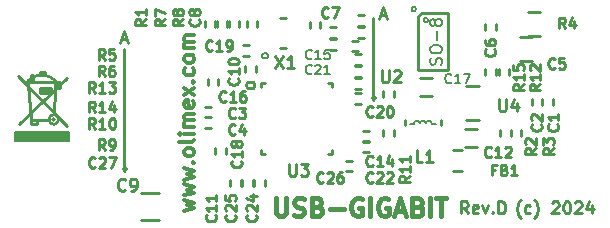
<source format=gbr>
%TF.GenerationSoftware,KiCad,Pcbnew,7.0.9-7.0.9~ubuntu22.04.1*%
%TF.CreationDate,2024-01-19T15:32:03+02:00*%
%TF.ProjectId,USB-GIGABIT_Rev_D,5553422d-4749-4474-9142-49545f526576,rev?*%
%TF.SameCoordinates,PX3473bc0PY4bd12e0*%
%TF.FileFunction,Legend,Top*%
%TF.FilePolarity,Positive*%
%FSLAX46Y46*%
G04 Gerber Fmt 4.6, Leading zero omitted, Abs format (unit mm)*
G04 Created by KiCad (PCBNEW 7.0.9-7.0.9~ubuntu22.04.1) date 2024-01-19 15:32:03*
%MOMM*%
%LPD*%
G01*
G04 APERTURE LIST*
%ADD10C,0.304800*%
%ADD11C,0.254000*%
%ADD12C,0.381000*%
%ADD13C,0.200000*%
%ADD14C,0.222250*%
%ADD15C,0.203200*%
%ADD16C,0.228600*%
%ADD17C,0.127000*%
%ADD18C,0.150000*%
G04 APERTURE END LIST*
D10*
X16353009Y1261954D02*
X17199676Y1503859D01*
X17199676Y1503859D02*
X16594914Y1745764D01*
X16594914Y1745764D02*
X17199676Y1987668D01*
X17199676Y1987668D02*
X16353009Y2229573D01*
X16353009Y2592430D02*
X17199676Y2834335D01*
X17199676Y2834335D02*
X16594914Y3076240D01*
X16594914Y3076240D02*
X17199676Y3318144D01*
X17199676Y3318144D02*
X16353009Y3560049D01*
X16353009Y3922906D02*
X17199676Y4164811D01*
X17199676Y4164811D02*
X16594914Y4406716D01*
X16594914Y4406716D02*
X17199676Y4648620D01*
X17199676Y4648620D02*
X16353009Y4890525D01*
X17078723Y5374334D02*
X17139200Y5434811D01*
X17139200Y5434811D02*
X17199676Y5374334D01*
X17199676Y5374334D02*
X17139200Y5313858D01*
X17139200Y5313858D02*
X17078723Y5374334D01*
X17078723Y5374334D02*
X17199676Y5374334D01*
X17199676Y6160525D02*
X17139200Y6039573D01*
X17139200Y6039573D02*
X17078723Y5979096D01*
X17078723Y5979096D02*
X16957771Y5918620D01*
X16957771Y5918620D02*
X16594914Y5918620D01*
X16594914Y5918620D02*
X16473961Y5979096D01*
X16473961Y5979096D02*
X16413485Y6039573D01*
X16413485Y6039573D02*
X16353009Y6160525D01*
X16353009Y6160525D02*
X16353009Y6341954D01*
X16353009Y6341954D02*
X16413485Y6462906D01*
X16413485Y6462906D02*
X16473961Y6523382D01*
X16473961Y6523382D02*
X16594914Y6583858D01*
X16594914Y6583858D02*
X16957771Y6583858D01*
X16957771Y6583858D02*
X17078723Y6523382D01*
X17078723Y6523382D02*
X17139200Y6462906D01*
X17139200Y6462906D02*
X17199676Y6341954D01*
X17199676Y6341954D02*
X17199676Y6160525D01*
X17199676Y7309573D02*
X17139200Y7188621D01*
X17139200Y7188621D02*
X17018247Y7128144D01*
X17018247Y7128144D02*
X15929676Y7128144D01*
X17199676Y7793382D02*
X16353009Y7793382D01*
X15929676Y7793382D02*
X15990152Y7732906D01*
X15990152Y7732906D02*
X16050628Y7793382D01*
X16050628Y7793382D02*
X15990152Y7853859D01*
X15990152Y7853859D02*
X15929676Y7793382D01*
X15929676Y7793382D02*
X16050628Y7793382D01*
X17199676Y8398144D02*
X16353009Y8398144D01*
X16473961Y8398144D02*
X16413485Y8458621D01*
X16413485Y8458621D02*
X16353009Y8579573D01*
X16353009Y8579573D02*
X16353009Y8761002D01*
X16353009Y8761002D02*
X16413485Y8881954D01*
X16413485Y8881954D02*
X16534438Y8942430D01*
X16534438Y8942430D02*
X17199676Y8942430D01*
X16534438Y8942430D02*
X16413485Y9002906D01*
X16413485Y9002906D02*
X16353009Y9123859D01*
X16353009Y9123859D02*
X16353009Y9305287D01*
X16353009Y9305287D02*
X16413485Y9426240D01*
X16413485Y9426240D02*
X16534438Y9486716D01*
X16534438Y9486716D02*
X17199676Y9486716D01*
X17139200Y10575287D02*
X17199676Y10454335D01*
X17199676Y10454335D02*
X17199676Y10212430D01*
X17199676Y10212430D02*
X17139200Y10091477D01*
X17139200Y10091477D02*
X17018247Y10031001D01*
X17018247Y10031001D02*
X16534438Y10031001D01*
X16534438Y10031001D02*
X16413485Y10091477D01*
X16413485Y10091477D02*
X16353009Y10212430D01*
X16353009Y10212430D02*
X16353009Y10454335D01*
X16353009Y10454335D02*
X16413485Y10575287D01*
X16413485Y10575287D02*
X16534438Y10635763D01*
X16534438Y10635763D02*
X16655390Y10635763D01*
X16655390Y10635763D02*
X16776342Y10031001D01*
X17199676Y11059096D02*
X16353009Y11724334D01*
X16353009Y11059096D02*
X17199676Y11724334D01*
X17078723Y12208143D02*
X17139200Y12268620D01*
X17139200Y12268620D02*
X17199676Y12208143D01*
X17199676Y12208143D02*
X17139200Y12147667D01*
X17139200Y12147667D02*
X17078723Y12208143D01*
X17078723Y12208143D02*
X17199676Y12208143D01*
X17139200Y13357191D02*
X17199676Y13236239D01*
X17199676Y13236239D02*
X17199676Y12994334D01*
X17199676Y12994334D02*
X17139200Y12873382D01*
X17139200Y12873382D02*
X17078723Y12812905D01*
X17078723Y12812905D02*
X16957771Y12752429D01*
X16957771Y12752429D02*
X16594914Y12752429D01*
X16594914Y12752429D02*
X16473961Y12812905D01*
X16473961Y12812905D02*
X16413485Y12873382D01*
X16413485Y12873382D02*
X16353009Y12994334D01*
X16353009Y12994334D02*
X16353009Y13236239D01*
X16353009Y13236239D02*
X16413485Y13357191D01*
X17199676Y14082905D02*
X17139200Y13961953D01*
X17139200Y13961953D02*
X17078723Y13901476D01*
X17078723Y13901476D02*
X16957771Y13841000D01*
X16957771Y13841000D02*
X16594914Y13841000D01*
X16594914Y13841000D02*
X16473961Y13901476D01*
X16473961Y13901476D02*
X16413485Y13961953D01*
X16413485Y13961953D02*
X16353009Y14082905D01*
X16353009Y14082905D02*
X16353009Y14264334D01*
X16353009Y14264334D02*
X16413485Y14385286D01*
X16413485Y14385286D02*
X16473961Y14445762D01*
X16473961Y14445762D02*
X16594914Y14506238D01*
X16594914Y14506238D02*
X16957771Y14506238D01*
X16957771Y14506238D02*
X17078723Y14445762D01*
X17078723Y14445762D02*
X17139200Y14385286D01*
X17139200Y14385286D02*
X17199676Y14264334D01*
X17199676Y14264334D02*
X17199676Y14082905D01*
X17199676Y15050524D02*
X16353009Y15050524D01*
X16473961Y15050524D02*
X16413485Y15111001D01*
X16413485Y15111001D02*
X16353009Y15231953D01*
X16353009Y15231953D02*
X16353009Y15413382D01*
X16353009Y15413382D02*
X16413485Y15534334D01*
X16413485Y15534334D02*
X16534438Y15594810D01*
X16534438Y15594810D02*
X17199676Y15594810D01*
X16534438Y15594810D02*
X16413485Y15655286D01*
X16413485Y15655286D02*
X16353009Y15776239D01*
X16353009Y15776239D02*
X16353009Y15957667D01*
X16353009Y15957667D02*
X16413485Y16078620D01*
X16413485Y16078620D02*
X16534438Y16139096D01*
X16534438Y16139096D02*
X17199676Y16139096D01*
D11*
X40389095Y1065188D02*
X40050428Y1548997D01*
X39808523Y1065188D02*
X39808523Y2081188D01*
X39808523Y2081188D02*
X40195571Y2081188D01*
X40195571Y2081188D02*
X40292333Y2032807D01*
X40292333Y2032807D02*
X40340714Y1984426D01*
X40340714Y1984426D02*
X40389095Y1887664D01*
X40389095Y1887664D02*
X40389095Y1742521D01*
X40389095Y1742521D02*
X40340714Y1645759D01*
X40340714Y1645759D02*
X40292333Y1597378D01*
X40292333Y1597378D02*
X40195571Y1548997D01*
X40195571Y1548997D02*
X39808523Y1548997D01*
X41211571Y1113568D02*
X41114809Y1065188D01*
X41114809Y1065188D02*
X40921285Y1065188D01*
X40921285Y1065188D02*
X40824523Y1113568D01*
X40824523Y1113568D02*
X40776142Y1210330D01*
X40776142Y1210330D02*
X40776142Y1597378D01*
X40776142Y1597378D02*
X40824523Y1694140D01*
X40824523Y1694140D02*
X40921285Y1742521D01*
X40921285Y1742521D02*
X41114809Y1742521D01*
X41114809Y1742521D02*
X41211571Y1694140D01*
X41211571Y1694140D02*
X41259952Y1597378D01*
X41259952Y1597378D02*
X41259952Y1500616D01*
X41259952Y1500616D02*
X40776142Y1403854D01*
X41598618Y1742521D02*
X41840523Y1065188D01*
X41840523Y1065188D02*
X42082428Y1742521D01*
X42469475Y1161949D02*
X42517856Y1113568D01*
X42517856Y1113568D02*
X42469475Y1065188D01*
X42469475Y1065188D02*
X42421094Y1113568D01*
X42421094Y1113568D02*
X42469475Y1161949D01*
X42469475Y1161949D02*
X42469475Y1065188D01*
X42953285Y1065188D02*
X42953285Y2081188D01*
X42953285Y2081188D02*
X43195190Y2081188D01*
X43195190Y2081188D02*
X43340333Y2032807D01*
X43340333Y2032807D02*
X43437095Y1936045D01*
X43437095Y1936045D02*
X43485476Y1839283D01*
X43485476Y1839283D02*
X43533857Y1645759D01*
X43533857Y1645759D02*
X43533857Y1500616D01*
X43533857Y1500616D02*
X43485476Y1307092D01*
X43485476Y1307092D02*
X43437095Y1210330D01*
X43437095Y1210330D02*
X43340333Y1113568D01*
X43340333Y1113568D02*
X43195190Y1065188D01*
X43195190Y1065188D02*
X42953285Y1065188D01*
X11019628Y15792833D02*
X11503438Y15792833D01*
X10922866Y15502548D02*
X11261533Y16518548D01*
X11261533Y16518548D02*
X11600200Y15502548D01*
X11167000Y4951000D02*
X11421000Y4951000D01*
X11294000Y4697000D02*
X11167000Y4951000D01*
X11294000Y14984000D02*
X11294000Y4697000D01*
X11421000Y4951000D02*
X11294000Y4697000D01*
X32990628Y17824833D02*
X33474438Y17824833D01*
X32893866Y17534548D02*
X33232533Y18550548D01*
X33232533Y18550548D02*
X33571200Y17534548D01*
X32503000Y10920000D02*
X32376000Y10666000D01*
X32249000Y10920000D02*
X32503000Y10920000D01*
X32376000Y10666000D02*
X32249000Y10920000D01*
X32376000Y17651000D02*
X32376000Y10666000D01*
D12*
X24121000Y2360781D02*
X24121000Y1127067D01*
X24121000Y1127067D02*
X24193571Y981924D01*
X24193571Y981924D02*
X24266143Y909352D01*
X24266143Y909352D02*
X24411285Y836781D01*
X24411285Y836781D02*
X24701571Y836781D01*
X24701571Y836781D02*
X24846714Y909352D01*
X24846714Y909352D02*
X24919285Y981924D01*
X24919285Y981924D02*
X24991857Y1127067D01*
X24991857Y1127067D02*
X24991857Y2360781D01*
X25644999Y909352D02*
X25862714Y836781D01*
X25862714Y836781D02*
X26225571Y836781D01*
X26225571Y836781D02*
X26370714Y909352D01*
X26370714Y909352D02*
X26443285Y981924D01*
X26443285Y981924D02*
X26515856Y1127067D01*
X26515856Y1127067D02*
X26515856Y1272210D01*
X26515856Y1272210D02*
X26443285Y1417352D01*
X26443285Y1417352D02*
X26370714Y1489924D01*
X26370714Y1489924D02*
X26225571Y1562495D01*
X26225571Y1562495D02*
X25935285Y1635067D01*
X25935285Y1635067D02*
X25790142Y1707638D01*
X25790142Y1707638D02*
X25717571Y1780210D01*
X25717571Y1780210D02*
X25644999Y1925352D01*
X25644999Y1925352D02*
X25644999Y2070495D01*
X25644999Y2070495D02*
X25717571Y2215638D01*
X25717571Y2215638D02*
X25790142Y2288210D01*
X25790142Y2288210D02*
X25935285Y2360781D01*
X25935285Y2360781D02*
X26298142Y2360781D01*
X26298142Y2360781D02*
X26515856Y2288210D01*
X27677000Y1635067D02*
X27894714Y1562495D01*
X27894714Y1562495D02*
X27967285Y1489924D01*
X27967285Y1489924D02*
X28039857Y1344781D01*
X28039857Y1344781D02*
X28039857Y1127067D01*
X28039857Y1127067D02*
X27967285Y981924D01*
X27967285Y981924D02*
X27894714Y909352D01*
X27894714Y909352D02*
X27749571Y836781D01*
X27749571Y836781D02*
X27169000Y836781D01*
X27169000Y836781D02*
X27169000Y2360781D01*
X27169000Y2360781D02*
X27677000Y2360781D01*
X27677000Y2360781D02*
X27822143Y2288210D01*
X27822143Y2288210D02*
X27894714Y2215638D01*
X27894714Y2215638D02*
X27967285Y2070495D01*
X27967285Y2070495D02*
X27967285Y1925352D01*
X27967285Y1925352D02*
X27894714Y1780210D01*
X27894714Y1780210D02*
X27822143Y1707638D01*
X27822143Y1707638D02*
X27677000Y1635067D01*
X27677000Y1635067D02*
X27169000Y1635067D01*
X28693000Y1417352D02*
X29854143Y1417352D01*
X31378142Y2288210D02*
X31233000Y2360781D01*
X31233000Y2360781D02*
X31015285Y2360781D01*
X31015285Y2360781D02*
X30797571Y2288210D01*
X30797571Y2288210D02*
X30652428Y2143067D01*
X30652428Y2143067D02*
X30579857Y1997924D01*
X30579857Y1997924D02*
X30507285Y1707638D01*
X30507285Y1707638D02*
X30507285Y1489924D01*
X30507285Y1489924D02*
X30579857Y1199638D01*
X30579857Y1199638D02*
X30652428Y1054495D01*
X30652428Y1054495D02*
X30797571Y909352D01*
X30797571Y909352D02*
X31015285Y836781D01*
X31015285Y836781D02*
X31160428Y836781D01*
X31160428Y836781D02*
X31378142Y909352D01*
X31378142Y909352D02*
X31450714Y981924D01*
X31450714Y981924D02*
X31450714Y1489924D01*
X31450714Y1489924D02*
X31160428Y1489924D01*
X32103857Y836781D02*
X32103857Y2360781D01*
X33627856Y2288210D02*
X33482714Y2360781D01*
X33482714Y2360781D02*
X33264999Y2360781D01*
X33264999Y2360781D02*
X33047285Y2288210D01*
X33047285Y2288210D02*
X32902142Y2143067D01*
X32902142Y2143067D02*
X32829571Y1997924D01*
X32829571Y1997924D02*
X32756999Y1707638D01*
X32756999Y1707638D02*
X32756999Y1489924D01*
X32756999Y1489924D02*
X32829571Y1199638D01*
X32829571Y1199638D02*
X32902142Y1054495D01*
X32902142Y1054495D02*
X33047285Y909352D01*
X33047285Y909352D02*
X33264999Y836781D01*
X33264999Y836781D02*
X33410142Y836781D01*
X33410142Y836781D02*
X33627856Y909352D01*
X33627856Y909352D02*
X33700428Y981924D01*
X33700428Y981924D02*
X33700428Y1489924D01*
X33700428Y1489924D02*
X33410142Y1489924D01*
X34280999Y1272210D02*
X35006714Y1272210D01*
X34135856Y836781D02*
X34643856Y2360781D01*
X34643856Y2360781D02*
X35151856Y836781D01*
X36167857Y1635067D02*
X36385571Y1562495D01*
X36385571Y1562495D02*
X36458142Y1489924D01*
X36458142Y1489924D02*
X36530714Y1344781D01*
X36530714Y1344781D02*
X36530714Y1127067D01*
X36530714Y1127067D02*
X36458142Y981924D01*
X36458142Y981924D02*
X36385571Y909352D01*
X36385571Y909352D02*
X36240428Y836781D01*
X36240428Y836781D02*
X35659857Y836781D01*
X35659857Y836781D02*
X35659857Y2360781D01*
X35659857Y2360781D02*
X36167857Y2360781D01*
X36167857Y2360781D02*
X36313000Y2288210D01*
X36313000Y2288210D02*
X36385571Y2215638D01*
X36385571Y2215638D02*
X36458142Y2070495D01*
X36458142Y2070495D02*
X36458142Y1925352D01*
X36458142Y1925352D02*
X36385571Y1780210D01*
X36385571Y1780210D02*
X36313000Y1707638D01*
X36313000Y1707638D02*
X36167857Y1635067D01*
X36167857Y1635067D02*
X35659857Y1635067D01*
X37183857Y836781D02*
X37183857Y2360781D01*
X37691856Y2360781D02*
X38562714Y2360781D01*
X38127285Y836781D02*
X38127285Y2360781D01*
D11*
X44840143Y678140D02*
X44791762Y726521D01*
X44791762Y726521D02*
X44695000Y871664D01*
X44695000Y871664D02*
X44646619Y968426D01*
X44646619Y968426D02*
X44598238Y1113568D01*
X44598238Y1113568D02*
X44549857Y1355473D01*
X44549857Y1355473D02*
X44549857Y1548997D01*
X44549857Y1548997D02*
X44598238Y1790902D01*
X44598238Y1790902D02*
X44646619Y1936045D01*
X44646619Y1936045D02*
X44695000Y2032807D01*
X44695000Y2032807D02*
X44791762Y2177949D01*
X44791762Y2177949D02*
X44840143Y2226330D01*
X45662619Y1113568D02*
X45565857Y1065188D01*
X45565857Y1065188D02*
X45372333Y1065188D01*
X45372333Y1065188D02*
X45275571Y1113568D01*
X45275571Y1113568D02*
X45227190Y1161949D01*
X45227190Y1161949D02*
X45178809Y1258711D01*
X45178809Y1258711D02*
X45178809Y1548997D01*
X45178809Y1548997D02*
X45227190Y1645759D01*
X45227190Y1645759D02*
X45275571Y1694140D01*
X45275571Y1694140D02*
X45372333Y1742521D01*
X45372333Y1742521D02*
X45565857Y1742521D01*
X45565857Y1742521D02*
X45662619Y1694140D01*
X46001285Y678140D02*
X46049666Y726521D01*
X46049666Y726521D02*
X46146428Y871664D01*
X46146428Y871664D02*
X46194809Y968426D01*
X46194809Y968426D02*
X46243190Y1113568D01*
X46243190Y1113568D02*
X46291571Y1355473D01*
X46291571Y1355473D02*
X46291571Y1548997D01*
X46291571Y1548997D02*
X46243190Y1790902D01*
X46243190Y1790902D02*
X46194809Y1936045D01*
X46194809Y1936045D02*
X46146428Y2032807D01*
X46146428Y2032807D02*
X46049666Y2177949D01*
X46049666Y2177949D02*
X46001285Y2226330D01*
X47501094Y1984426D02*
X47549475Y2032807D01*
X47549475Y2032807D02*
X47646237Y2081188D01*
X47646237Y2081188D02*
X47888142Y2081188D01*
X47888142Y2081188D02*
X47984904Y2032807D01*
X47984904Y2032807D02*
X48033285Y1984426D01*
X48033285Y1984426D02*
X48081666Y1887664D01*
X48081666Y1887664D02*
X48081666Y1790902D01*
X48081666Y1790902D02*
X48033285Y1645759D01*
X48033285Y1645759D02*
X47452713Y1065188D01*
X47452713Y1065188D02*
X48081666Y1065188D01*
X48710618Y2081188D02*
X48807380Y2081188D01*
X48807380Y2081188D02*
X48904142Y2032807D01*
X48904142Y2032807D02*
X48952523Y1984426D01*
X48952523Y1984426D02*
X49000904Y1887664D01*
X49000904Y1887664D02*
X49049285Y1694140D01*
X49049285Y1694140D02*
X49049285Y1452235D01*
X49049285Y1452235D02*
X49000904Y1258711D01*
X49000904Y1258711D02*
X48952523Y1161949D01*
X48952523Y1161949D02*
X48904142Y1113568D01*
X48904142Y1113568D02*
X48807380Y1065188D01*
X48807380Y1065188D02*
X48710618Y1065188D01*
X48710618Y1065188D02*
X48613856Y1113568D01*
X48613856Y1113568D02*
X48565475Y1161949D01*
X48565475Y1161949D02*
X48517094Y1258711D01*
X48517094Y1258711D02*
X48468713Y1452235D01*
X48468713Y1452235D02*
X48468713Y1694140D01*
X48468713Y1694140D02*
X48517094Y1887664D01*
X48517094Y1887664D02*
X48565475Y1984426D01*
X48565475Y1984426D02*
X48613856Y2032807D01*
X48613856Y2032807D02*
X48710618Y2081188D01*
X49436332Y1984426D02*
X49484713Y2032807D01*
X49484713Y2032807D02*
X49581475Y2081188D01*
X49581475Y2081188D02*
X49823380Y2081188D01*
X49823380Y2081188D02*
X49920142Y2032807D01*
X49920142Y2032807D02*
X49968523Y1984426D01*
X49968523Y1984426D02*
X50016904Y1887664D01*
X50016904Y1887664D02*
X50016904Y1790902D01*
X50016904Y1790902D02*
X49968523Y1645759D01*
X49968523Y1645759D02*
X49387951Y1065188D01*
X49387951Y1065188D02*
X50016904Y1065188D01*
X50887761Y1742521D02*
X50887761Y1065188D01*
X50645856Y2129568D02*
X50403951Y1403854D01*
X50403951Y1403854D02*
X51032904Y1403854D01*
X24060523Y14400188D02*
X24737857Y13384188D01*
X24737857Y14400188D02*
X24060523Y13384188D01*
X25657095Y13384188D02*
X25076523Y13384188D01*
X25366809Y13384188D02*
X25366809Y14400188D01*
X25366809Y14400188D02*
X25270047Y14255045D01*
X25270047Y14255045D02*
X25173285Y14158283D01*
X25173285Y14158283D02*
X25076523Y14109902D01*
D13*
X23464695Y14355357D02*
X23426600Y14279167D01*
X23426600Y14279167D02*
X23388504Y14241072D01*
X23388504Y14241072D02*
X23312314Y14202976D01*
X23312314Y14202976D02*
X23083742Y14202976D01*
X23083742Y14202976D02*
X23007552Y14241072D01*
X23007552Y14241072D02*
X22969457Y14279167D01*
X22969457Y14279167D02*
X22931361Y14355357D01*
X22931361Y14355357D02*
X22931361Y14469643D01*
X22931361Y14469643D02*
X22969457Y14545834D01*
X22969457Y14545834D02*
X23007552Y14583929D01*
X23007552Y14583929D02*
X23083742Y14622024D01*
X23083742Y14622024D02*
X23312314Y14622024D01*
X23312314Y14622024D02*
X23388504Y14583929D01*
X23388504Y14583929D02*
X23426600Y14545834D01*
X23426600Y14545834D02*
X23464695Y14469643D01*
X23464695Y14469643D02*
X23464695Y14355357D01*
D14*
X20670833Y7810955D02*
X20628500Y7768621D01*
X20628500Y7768621D02*
X20501500Y7726288D01*
X20501500Y7726288D02*
X20416833Y7726288D01*
X20416833Y7726288D02*
X20289833Y7768621D01*
X20289833Y7768621D02*
X20205167Y7853288D01*
X20205167Y7853288D02*
X20162833Y7937955D01*
X20162833Y7937955D02*
X20120500Y8107288D01*
X20120500Y8107288D02*
X20120500Y8234288D01*
X20120500Y8234288D02*
X20162833Y8403621D01*
X20162833Y8403621D02*
X20205167Y8488288D01*
X20205167Y8488288D02*
X20289833Y8572955D01*
X20289833Y8572955D02*
X20416833Y8615288D01*
X20416833Y8615288D02*
X20501500Y8615288D01*
X20501500Y8615288D02*
X20628500Y8572955D01*
X20628500Y8572955D02*
X20670833Y8530621D01*
X21432833Y8318955D02*
X21432833Y7726288D01*
X21221167Y8657621D02*
X21009500Y8022621D01*
X21009500Y8022621D02*
X21559833Y8022621D01*
X46534045Y8612834D02*
X46576379Y8570501D01*
X46576379Y8570501D02*
X46618712Y8443501D01*
X46618712Y8443501D02*
X46618712Y8358834D01*
X46618712Y8358834D02*
X46576379Y8231834D01*
X46576379Y8231834D02*
X46491712Y8147167D01*
X46491712Y8147167D02*
X46407045Y8104834D01*
X46407045Y8104834D02*
X46237712Y8062501D01*
X46237712Y8062501D02*
X46110712Y8062501D01*
X46110712Y8062501D02*
X45941379Y8104834D01*
X45941379Y8104834D02*
X45856712Y8147167D01*
X45856712Y8147167D02*
X45772045Y8231834D01*
X45772045Y8231834D02*
X45729712Y8358834D01*
X45729712Y8358834D02*
X45729712Y8443501D01*
X45729712Y8443501D02*
X45772045Y8570501D01*
X45772045Y8570501D02*
X45814379Y8612834D01*
X45814379Y8951501D02*
X45772045Y8993834D01*
X45772045Y8993834D02*
X45729712Y9078501D01*
X45729712Y9078501D02*
X45729712Y9290167D01*
X45729712Y9290167D02*
X45772045Y9374834D01*
X45772045Y9374834D02*
X45814379Y9417167D01*
X45814379Y9417167D02*
X45899045Y9459501D01*
X45899045Y9459501D02*
X45983712Y9459501D01*
X45983712Y9459501D02*
X46110712Y9417167D01*
X46110712Y9417167D02*
X46618712Y8909167D01*
X46618712Y8909167D02*
X46618712Y9459501D01*
X20670833Y9207955D02*
X20628500Y9165621D01*
X20628500Y9165621D02*
X20501500Y9123288D01*
X20501500Y9123288D02*
X20416833Y9123288D01*
X20416833Y9123288D02*
X20289833Y9165621D01*
X20289833Y9165621D02*
X20205167Y9250288D01*
X20205167Y9250288D02*
X20162833Y9334955D01*
X20162833Y9334955D02*
X20120500Y9504288D01*
X20120500Y9504288D02*
X20120500Y9631288D01*
X20120500Y9631288D02*
X20162833Y9800621D01*
X20162833Y9800621D02*
X20205167Y9885288D01*
X20205167Y9885288D02*
X20289833Y9969955D01*
X20289833Y9969955D02*
X20416833Y10012288D01*
X20416833Y10012288D02*
X20501500Y10012288D01*
X20501500Y10012288D02*
X20628500Y9969955D01*
X20628500Y9969955D02*
X20670833Y9927621D01*
X20967167Y10012288D02*
X21517500Y10012288D01*
X21517500Y10012288D02*
X21221167Y9673621D01*
X21221167Y9673621D02*
X21348167Y9673621D01*
X21348167Y9673621D02*
X21432833Y9631288D01*
X21432833Y9631288D02*
X21475167Y9588955D01*
X21475167Y9588955D02*
X21517500Y9504288D01*
X21517500Y9504288D02*
X21517500Y9292621D01*
X21517500Y9292621D02*
X21475167Y9207955D01*
X21475167Y9207955D02*
X21432833Y9165621D01*
X21432833Y9165621D02*
X21348167Y9123288D01*
X21348167Y9123288D02*
X21094167Y9123288D01*
X21094167Y9123288D02*
X21009500Y9165621D01*
X21009500Y9165621D02*
X20967167Y9207955D01*
X47721833Y13398955D02*
X47679500Y13356621D01*
X47679500Y13356621D02*
X47552500Y13314288D01*
X47552500Y13314288D02*
X47467833Y13314288D01*
X47467833Y13314288D02*
X47340833Y13356621D01*
X47340833Y13356621D02*
X47256167Y13441288D01*
X47256167Y13441288D02*
X47213833Y13525955D01*
X47213833Y13525955D02*
X47171500Y13695288D01*
X47171500Y13695288D02*
X47171500Y13822288D01*
X47171500Y13822288D02*
X47213833Y13991621D01*
X47213833Y13991621D02*
X47256167Y14076288D01*
X47256167Y14076288D02*
X47340833Y14160955D01*
X47340833Y14160955D02*
X47467833Y14203288D01*
X47467833Y14203288D02*
X47552500Y14203288D01*
X47552500Y14203288D02*
X47679500Y14160955D01*
X47679500Y14160955D02*
X47721833Y14118621D01*
X48526167Y14203288D02*
X48102833Y14203288D01*
X48102833Y14203288D02*
X48060500Y13779955D01*
X48060500Y13779955D02*
X48102833Y13822288D01*
X48102833Y13822288D02*
X48187500Y13864621D01*
X48187500Y13864621D02*
X48399167Y13864621D01*
X48399167Y13864621D02*
X48483833Y13822288D01*
X48483833Y13822288D02*
X48526167Y13779955D01*
X48526167Y13779955D02*
X48568500Y13695288D01*
X48568500Y13695288D02*
X48568500Y13483621D01*
X48568500Y13483621D02*
X48526167Y13398955D01*
X48526167Y13398955D02*
X48483833Y13356621D01*
X48483833Y13356621D02*
X48399167Y13314288D01*
X48399167Y13314288D02*
X48187500Y13314288D01*
X48187500Y13314288D02*
X48102833Y13356621D01*
X48102833Y13356621D02*
X48060500Y13398955D01*
X42597045Y14962834D02*
X42639379Y14920501D01*
X42639379Y14920501D02*
X42681712Y14793501D01*
X42681712Y14793501D02*
X42681712Y14708834D01*
X42681712Y14708834D02*
X42639379Y14581834D01*
X42639379Y14581834D02*
X42554712Y14497167D01*
X42554712Y14497167D02*
X42470045Y14454834D01*
X42470045Y14454834D02*
X42300712Y14412501D01*
X42300712Y14412501D02*
X42173712Y14412501D01*
X42173712Y14412501D02*
X42004379Y14454834D01*
X42004379Y14454834D02*
X41919712Y14497167D01*
X41919712Y14497167D02*
X41835045Y14581834D01*
X41835045Y14581834D02*
X41792712Y14708834D01*
X41792712Y14708834D02*
X41792712Y14793501D01*
X41792712Y14793501D02*
X41835045Y14920501D01*
X41835045Y14920501D02*
X41877379Y14962834D01*
X41792712Y15724834D02*
X41792712Y15555501D01*
X41792712Y15555501D02*
X41835045Y15470834D01*
X41835045Y15470834D02*
X41877379Y15428501D01*
X41877379Y15428501D02*
X42004379Y15343834D01*
X42004379Y15343834D02*
X42173712Y15301501D01*
X42173712Y15301501D02*
X42512379Y15301501D01*
X42512379Y15301501D02*
X42597045Y15343834D01*
X42597045Y15343834D02*
X42639379Y15386167D01*
X42639379Y15386167D02*
X42681712Y15470834D01*
X42681712Y15470834D02*
X42681712Y15640167D01*
X42681712Y15640167D02*
X42639379Y15724834D01*
X42639379Y15724834D02*
X42597045Y15767167D01*
X42597045Y15767167D02*
X42512379Y15809501D01*
X42512379Y15809501D02*
X42300712Y15809501D01*
X42300712Y15809501D02*
X42216045Y15767167D01*
X42216045Y15767167D02*
X42173712Y15724834D01*
X42173712Y15724834D02*
X42131379Y15640167D01*
X42131379Y15640167D02*
X42131379Y15470834D01*
X42131379Y15470834D02*
X42173712Y15386167D01*
X42173712Y15386167D02*
X42216045Y15343834D01*
X42216045Y15343834D02*
X42300712Y15301501D01*
X28544833Y17716955D02*
X28502500Y17674621D01*
X28502500Y17674621D02*
X28375500Y17632288D01*
X28375500Y17632288D02*
X28290833Y17632288D01*
X28290833Y17632288D02*
X28163833Y17674621D01*
X28163833Y17674621D02*
X28079167Y17759288D01*
X28079167Y17759288D02*
X28036833Y17843955D01*
X28036833Y17843955D02*
X27994500Y18013288D01*
X27994500Y18013288D02*
X27994500Y18140288D01*
X27994500Y18140288D02*
X28036833Y18309621D01*
X28036833Y18309621D02*
X28079167Y18394288D01*
X28079167Y18394288D02*
X28163833Y18478955D01*
X28163833Y18478955D02*
X28290833Y18521288D01*
X28290833Y18521288D02*
X28375500Y18521288D01*
X28375500Y18521288D02*
X28502500Y18478955D01*
X28502500Y18478955D02*
X28544833Y18436621D01*
X28841167Y18521288D02*
X29433833Y18521288D01*
X29433833Y18521288D02*
X29052833Y17632288D01*
X17578045Y17502834D02*
X17620379Y17460501D01*
X17620379Y17460501D02*
X17662712Y17333501D01*
X17662712Y17333501D02*
X17662712Y17248834D01*
X17662712Y17248834D02*
X17620379Y17121834D01*
X17620379Y17121834D02*
X17535712Y17037167D01*
X17535712Y17037167D02*
X17451045Y16994834D01*
X17451045Y16994834D02*
X17281712Y16952501D01*
X17281712Y16952501D02*
X17154712Y16952501D01*
X17154712Y16952501D02*
X16985379Y16994834D01*
X16985379Y16994834D02*
X16900712Y17037167D01*
X16900712Y17037167D02*
X16816045Y17121834D01*
X16816045Y17121834D02*
X16773712Y17248834D01*
X16773712Y17248834D02*
X16773712Y17333501D01*
X16773712Y17333501D02*
X16816045Y17460501D01*
X16816045Y17460501D02*
X16858379Y17502834D01*
X17154712Y18010834D02*
X17112379Y17926167D01*
X17112379Y17926167D02*
X17070045Y17883834D01*
X17070045Y17883834D02*
X16985379Y17841501D01*
X16985379Y17841501D02*
X16943045Y17841501D01*
X16943045Y17841501D02*
X16858379Y17883834D01*
X16858379Y17883834D02*
X16816045Y17926167D01*
X16816045Y17926167D02*
X16773712Y18010834D01*
X16773712Y18010834D02*
X16773712Y18180167D01*
X16773712Y18180167D02*
X16816045Y18264834D01*
X16816045Y18264834D02*
X16858379Y18307167D01*
X16858379Y18307167D02*
X16943045Y18349501D01*
X16943045Y18349501D02*
X16985379Y18349501D01*
X16985379Y18349501D02*
X17070045Y18307167D01*
X17070045Y18307167D02*
X17112379Y18264834D01*
X17112379Y18264834D02*
X17154712Y18180167D01*
X17154712Y18180167D02*
X17154712Y18010834D01*
X17154712Y18010834D02*
X17197045Y17926167D01*
X17197045Y17926167D02*
X17239379Y17883834D01*
X17239379Y17883834D02*
X17324045Y17841501D01*
X17324045Y17841501D02*
X17493379Y17841501D01*
X17493379Y17841501D02*
X17578045Y17883834D01*
X17578045Y17883834D02*
X17620379Y17926167D01*
X17620379Y17926167D02*
X17662712Y18010834D01*
X17662712Y18010834D02*
X17662712Y18180167D01*
X17662712Y18180167D02*
X17620379Y18264834D01*
X17620379Y18264834D02*
X17578045Y18307167D01*
X17578045Y18307167D02*
X17493379Y18349501D01*
X17493379Y18349501D02*
X17324045Y18349501D01*
X17324045Y18349501D02*
X17239379Y18307167D01*
X17239379Y18307167D02*
X17197045Y18264834D01*
X17197045Y18264834D02*
X17154712Y18180167D01*
D11*
X11378667Y3066949D02*
X11330286Y3018568D01*
X11330286Y3018568D02*
X11185143Y2970188D01*
X11185143Y2970188D02*
X11088381Y2970188D01*
X11088381Y2970188D02*
X10943238Y3018568D01*
X10943238Y3018568D02*
X10846476Y3115330D01*
X10846476Y3115330D02*
X10798095Y3212092D01*
X10798095Y3212092D02*
X10749714Y3405616D01*
X10749714Y3405616D02*
X10749714Y3550759D01*
X10749714Y3550759D02*
X10798095Y3744283D01*
X10798095Y3744283D02*
X10846476Y3841045D01*
X10846476Y3841045D02*
X10943238Y3937807D01*
X10943238Y3937807D02*
X11088381Y3986188D01*
X11088381Y3986188D02*
X11185143Y3986188D01*
X11185143Y3986188D02*
X11330286Y3937807D01*
X11330286Y3937807D02*
X11378667Y3889426D01*
X11862476Y2970188D02*
X12056000Y2970188D01*
X12056000Y2970188D02*
X12152762Y3018568D01*
X12152762Y3018568D02*
X12201143Y3066949D01*
X12201143Y3066949D02*
X12297905Y3212092D01*
X12297905Y3212092D02*
X12346286Y3405616D01*
X12346286Y3405616D02*
X12346286Y3792664D01*
X12346286Y3792664D02*
X12297905Y3889426D01*
X12297905Y3889426D02*
X12249524Y3937807D01*
X12249524Y3937807D02*
X12152762Y3986188D01*
X12152762Y3986188D02*
X11959238Y3986188D01*
X11959238Y3986188D02*
X11862476Y3937807D01*
X11862476Y3937807D02*
X11814095Y3889426D01*
X11814095Y3889426D02*
X11765714Y3792664D01*
X11765714Y3792664D02*
X11765714Y3550759D01*
X11765714Y3550759D02*
X11814095Y3453997D01*
X11814095Y3453997D02*
X11862476Y3405616D01*
X11862476Y3405616D02*
X11959238Y3357235D01*
X11959238Y3357235D02*
X12152762Y3357235D01*
X12152762Y3357235D02*
X12249524Y3405616D01*
X12249524Y3405616D02*
X12297905Y3453997D01*
X12297905Y3453997D02*
X12346286Y3550759D01*
D14*
X20880045Y12507500D02*
X20922379Y12465167D01*
X20922379Y12465167D02*
X20964712Y12338167D01*
X20964712Y12338167D02*
X20964712Y12253500D01*
X20964712Y12253500D02*
X20922379Y12126500D01*
X20922379Y12126500D02*
X20837712Y12041833D01*
X20837712Y12041833D02*
X20753045Y11999500D01*
X20753045Y11999500D02*
X20583712Y11957167D01*
X20583712Y11957167D02*
X20456712Y11957167D01*
X20456712Y11957167D02*
X20287379Y11999500D01*
X20287379Y11999500D02*
X20202712Y12041833D01*
X20202712Y12041833D02*
X20118045Y12126500D01*
X20118045Y12126500D02*
X20075712Y12253500D01*
X20075712Y12253500D02*
X20075712Y12338167D01*
X20075712Y12338167D02*
X20118045Y12465167D01*
X20118045Y12465167D02*
X20160379Y12507500D01*
X20964712Y13354167D02*
X20964712Y12846167D01*
X20964712Y13100167D02*
X20075712Y13100167D01*
X20075712Y13100167D02*
X20202712Y13015500D01*
X20202712Y13015500D02*
X20287379Y12930833D01*
X20287379Y12930833D02*
X20329712Y12846167D01*
X20075712Y13904500D02*
X20075712Y13989167D01*
X20075712Y13989167D02*
X20118045Y14073834D01*
X20118045Y14073834D02*
X20160379Y14116167D01*
X20160379Y14116167D02*
X20245045Y14158500D01*
X20245045Y14158500D02*
X20414379Y14200834D01*
X20414379Y14200834D02*
X20626045Y14200834D01*
X20626045Y14200834D02*
X20795379Y14158500D01*
X20795379Y14158500D02*
X20880045Y14116167D01*
X20880045Y14116167D02*
X20922379Y14073834D01*
X20922379Y14073834D02*
X20964712Y13989167D01*
X20964712Y13989167D02*
X20964712Y13904500D01*
X20964712Y13904500D02*
X20922379Y13819834D01*
X20922379Y13819834D02*
X20880045Y13777500D01*
X20880045Y13777500D02*
X20795379Y13735167D01*
X20795379Y13735167D02*
X20626045Y13692834D01*
X20626045Y13692834D02*
X20414379Y13692834D01*
X20414379Y13692834D02*
X20245045Y13735167D01*
X20245045Y13735167D02*
X20160379Y13777500D01*
X20160379Y13777500D02*
X20118045Y13819834D01*
X20118045Y13819834D02*
X20075712Y13904500D01*
X18975045Y950500D02*
X19017379Y908167D01*
X19017379Y908167D02*
X19059712Y781167D01*
X19059712Y781167D02*
X19059712Y696500D01*
X19059712Y696500D02*
X19017379Y569500D01*
X19017379Y569500D02*
X18932712Y484833D01*
X18932712Y484833D02*
X18848045Y442500D01*
X18848045Y442500D02*
X18678712Y400167D01*
X18678712Y400167D02*
X18551712Y400167D01*
X18551712Y400167D02*
X18382379Y442500D01*
X18382379Y442500D02*
X18297712Y484833D01*
X18297712Y484833D02*
X18213045Y569500D01*
X18213045Y569500D02*
X18170712Y696500D01*
X18170712Y696500D02*
X18170712Y781167D01*
X18170712Y781167D02*
X18213045Y908167D01*
X18213045Y908167D02*
X18255379Y950500D01*
X19059712Y1797167D02*
X19059712Y1289167D01*
X19059712Y1543167D02*
X18170712Y1543167D01*
X18170712Y1543167D02*
X18297712Y1458500D01*
X18297712Y1458500D02*
X18382379Y1373833D01*
X18382379Y1373833D02*
X18424712Y1289167D01*
X19059712Y2643834D02*
X19059712Y2135834D01*
X19059712Y2389834D02*
X18170712Y2389834D01*
X18170712Y2389834D02*
X18297712Y2305167D01*
X18297712Y2305167D02*
X18382379Y2220500D01*
X18382379Y2220500D02*
X18424712Y2135834D01*
X42345499Y5905955D02*
X42303166Y5863621D01*
X42303166Y5863621D02*
X42176166Y5821288D01*
X42176166Y5821288D02*
X42091499Y5821288D01*
X42091499Y5821288D02*
X41964499Y5863621D01*
X41964499Y5863621D02*
X41879833Y5948288D01*
X41879833Y5948288D02*
X41837499Y6032955D01*
X41837499Y6032955D02*
X41795166Y6202288D01*
X41795166Y6202288D02*
X41795166Y6329288D01*
X41795166Y6329288D02*
X41837499Y6498621D01*
X41837499Y6498621D02*
X41879833Y6583288D01*
X41879833Y6583288D02*
X41964499Y6667955D01*
X41964499Y6667955D02*
X42091499Y6710288D01*
X42091499Y6710288D02*
X42176166Y6710288D01*
X42176166Y6710288D02*
X42303166Y6667955D01*
X42303166Y6667955D02*
X42345499Y6625621D01*
X43192166Y5821288D02*
X42684166Y5821288D01*
X42938166Y5821288D02*
X42938166Y6710288D01*
X42938166Y6710288D02*
X42853499Y6583288D01*
X42853499Y6583288D02*
X42768833Y6498621D01*
X42768833Y6498621D02*
X42684166Y6456288D01*
X43530833Y6625621D02*
X43573166Y6667955D01*
X43573166Y6667955D02*
X43657833Y6710288D01*
X43657833Y6710288D02*
X43869500Y6710288D01*
X43869500Y6710288D02*
X43954166Y6667955D01*
X43954166Y6667955D02*
X43996500Y6625621D01*
X43996500Y6625621D02*
X44038833Y6540955D01*
X44038833Y6540955D02*
X44038833Y6456288D01*
X44038833Y6456288D02*
X43996500Y6329288D01*
X43996500Y6329288D02*
X43488500Y5821288D01*
X43488500Y5821288D02*
X44038833Y5821288D01*
X32312499Y5143955D02*
X32270166Y5101621D01*
X32270166Y5101621D02*
X32143166Y5059288D01*
X32143166Y5059288D02*
X32058499Y5059288D01*
X32058499Y5059288D02*
X31931499Y5101621D01*
X31931499Y5101621D02*
X31846833Y5186288D01*
X31846833Y5186288D02*
X31804499Y5270955D01*
X31804499Y5270955D02*
X31762166Y5440288D01*
X31762166Y5440288D02*
X31762166Y5567288D01*
X31762166Y5567288D02*
X31804499Y5736621D01*
X31804499Y5736621D02*
X31846833Y5821288D01*
X31846833Y5821288D02*
X31931499Y5905955D01*
X31931499Y5905955D02*
X32058499Y5948288D01*
X32058499Y5948288D02*
X32143166Y5948288D01*
X32143166Y5948288D02*
X32270166Y5905955D01*
X32270166Y5905955D02*
X32312499Y5863621D01*
X33159166Y5059288D02*
X32651166Y5059288D01*
X32905166Y5059288D02*
X32905166Y5948288D01*
X32905166Y5948288D02*
X32820499Y5821288D01*
X32820499Y5821288D02*
X32735833Y5736621D01*
X32735833Y5736621D02*
X32651166Y5694288D01*
X33921166Y5651955D02*
X33921166Y5059288D01*
X33709500Y5990621D02*
X33497833Y5355621D01*
X33497833Y5355621D02*
X34048166Y5355621D01*
D15*
X27154485Y14187960D02*
X27115781Y14149255D01*
X27115781Y14149255D02*
X26999666Y14110551D01*
X26999666Y14110551D02*
X26922257Y14110551D01*
X26922257Y14110551D02*
X26806143Y14149255D01*
X26806143Y14149255D02*
X26728733Y14226665D01*
X26728733Y14226665D02*
X26690028Y14304075D01*
X26690028Y14304075D02*
X26651324Y14458894D01*
X26651324Y14458894D02*
X26651324Y14575008D01*
X26651324Y14575008D02*
X26690028Y14729827D01*
X26690028Y14729827D02*
X26728733Y14807236D01*
X26728733Y14807236D02*
X26806143Y14884646D01*
X26806143Y14884646D02*
X26922257Y14923351D01*
X26922257Y14923351D02*
X26999666Y14923351D01*
X26999666Y14923351D02*
X27115781Y14884646D01*
X27115781Y14884646D02*
X27154485Y14845941D01*
X27928581Y14110551D02*
X27464124Y14110551D01*
X27696352Y14110551D02*
X27696352Y14923351D01*
X27696352Y14923351D02*
X27618943Y14807236D01*
X27618943Y14807236D02*
X27541533Y14729827D01*
X27541533Y14729827D02*
X27464124Y14691122D01*
X28663971Y14923351D02*
X28276923Y14923351D01*
X28276923Y14923351D02*
X28238219Y14536303D01*
X28238219Y14536303D02*
X28276923Y14575008D01*
X28276923Y14575008D02*
X28354333Y14613713D01*
X28354333Y14613713D02*
X28547857Y14613713D01*
X28547857Y14613713D02*
X28625266Y14575008D01*
X28625266Y14575008D02*
X28663971Y14536303D01*
X28663971Y14536303D02*
X28702676Y14458894D01*
X28702676Y14458894D02*
X28702676Y14265370D01*
X28702676Y14265370D02*
X28663971Y14187960D01*
X28663971Y14187960D02*
X28625266Y14149255D01*
X28625266Y14149255D02*
X28547857Y14110551D01*
X28547857Y14110551D02*
X28354333Y14110551D01*
X28354333Y14110551D02*
X28276923Y14149255D01*
X28276923Y14149255D02*
X28238219Y14187960D01*
D14*
X19866499Y10604955D02*
X19824166Y10562621D01*
X19824166Y10562621D02*
X19697166Y10520288D01*
X19697166Y10520288D02*
X19612499Y10520288D01*
X19612499Y10520288D02*
X19485499Y10562621D01*
X19485499Y10562621D02*
X19400833Y10647288D01*
X19400833Y10647288D02*
X19358499Y10731955D01*
X19358499Y10731955D02*
X19316166Y10901288D01*
X19316166Y10901288D02*
X19316166Y11028288D01*
X19316166Y11028288D02*
X19358499Y11197621D01*
X19358499Y11197621D02*
X19400833Y11282288D01*
X19400833Y11282288D02*
X19485499Y11366955D01*
X19485499Y11366955D02*
X19612499Y11409288D01*
X19612499Y11409288D02*
X19697166Y11409288D01*
X19697166Y11409288D02*
X19824166Y11366955D01*
X19824166Y11366955D02*
X19866499Y11324621D01*
X20713166Y10520288D02*
X20205166Y10520288D01*
X20459166Y10520288D02*
X20459166Y11409288D01*
X20459166Y11409288D02*
X20374499Y11282288D01*
X20374499Y11282288D02*
X20289833Y11197621D01*
X20289833Y11197621D02*
X20205166Y11155288D01*
X21475166Y11409288D02*
X21305833Y11409288D01*
X21305833Y11409288D02*
X21221166Y11366955D01*
X21221166Y11366955D02*
X21178833Y11324621D01*
X21178833Y11324621D02*
X21094166Y11197621D01*
X21094166Y11197621D02*
X21051833Y11028288D01*
X21051833Y11028288D02*
X21051833Y10689621D01*
X21051833Y10689621D02*
X21094166Y10604955D01*
X21094166Y10604955D02*
X21136500Y10562621D01*
X21136500Y10562621D02*
X21221166Y10520288D01*
X21221166Y10520288D02*
X21390500Y10520288D01*
X21390500Y10520288D02*
X21475166Y10562621D01*
X21475166Y10562621D02*
X21517500Y10604955D01*
X21517500Y10604955D02*
X21559833Y10689621D01*
X21559833Y10689621D02*
X21559833Y10901288D01*
X21559833Y10901288D02*
X21517500Y10985955D01*
X21517500Y10985955D02*
X21475166Y11028288D01*
X21475166Y11028288D02*
X21390500Y11070621D01*
X21390500Y11070621D02*
X21221166Y11070621D01*
X21221166Y11070621D02*
X21136500Y11028288D01*
X21136500Y11028288D02*
X21094166Y10985955D01*
X21094166Y10985955D02*
X21051833Y10901288D01*
D15*
X38965485Y12155960D02*
X38926781Y12117255D01*
X38926781Y12117255D02*
X38810666Y12078551D01*
X38810666Y12078551D02*
X38733257Y12078551D01*
X38733257Y12078551D02*
X38617143Y12117255D01*
X38617143Y12117255D02*
X38539733Y12194665D01*
X38539733Y12194665D02*
X38501028Y12272075D01*
X38501028Y12272075D02*
X38462324Y12426894D01*
X38462324Y12426894D02*
X38462324Y12543008D01*
X38462324Y12543008D02*
X38501028Y12697827D01*
X38501028Y12697827D02*
X38539733Y12775236D01*
X38539733Y12775236D02*
X38617143Y12852646D01*
X38617143Y12852646D02*
X38733257Y12891351D01*
X38733257Y12891351D02*
X38810666Y12891351D01*
X38810666Y12891351D02*
X38926781Y12852646D01*
X38926781Y12852646D02*
X38965485Y12813941D01*
X39739581Y12078551D02*
X39275124Y12078551D01*
X39507352Y12078551D02*
X39507352Y12891351D01*
X39507352Y12891351D02*
X39429943Y12775236D01*
X39429943Y12775236D02*
X39352533Y12697827D01*
X39352533Y12697827D02*
X39275124Y12659122D01*
X40010514Y12891351D02*
X40552380Y12891351D01*
X40552380Y12891351D02*
X40204038Y12078551D01*
D14*
X21134045Y5522500D02*
X21176379Y5480167D01*
X21176379Y5480167D02*
X21218712Y5353167D01*
X21218712Y5353167D02*
X21218712Y5268500D01*
X21218712Y5268500D02*
X21176379Y5141500D01*
X21176379Y5141500D02*
X21091712Y5056833D01*
X21091712Y5056833D02*
X21007045Y5014500D01*
X21007045Y5014500D02*
X20837712Y4972167D01*
X20837712Y4972167D02*
X20710712Y4972167D01*
X20710712Y4972167D02*
X20541379Y5014500D01*
X20541379Y5014500D02*
X20456712Y5056833D01*
X20456712Y5056833D02*
X20372045Y5141500D01*
X20372045Y5141500D02*
X20329712Y5268500D01*
X20329712Y5268500D02*
X20329712Y5353167D01*
X20329712Y5353167D02*
X20372045Y5480167D01*
X20372045Y5480167D02*
X20414379Y5522500D01*
X21218712Y6369167D02*
X21218712Y5861167D01*
X21218712Y6115167D02*
X20329712Y6115167D01*
X20329712Y6115167D02*
X20456712Y6030500D01*
X20456712Y6030500D02*
X20541379Y5945833D01*
X20541379Y5945833D02*
X20583712Y5861167D01*
X20710712Y6877167D02*
X20668379Y6792500D01*
X20668379Y6792500D02*
X20626045Y6750167D01*
X20626045Y6750167D02*
X20541379Y6707834D01*
X20541379Y6707834D02*
X20499045Y6707834D01*
X20499045Y6707834D02*
X20414379Y6750167D01*
X20414379Y6750167D02*
X20372045Y6792500D01*
X20372045Y6792500D02*
X20329712Y6877167D01*
X20329712Y6877167D02*
X20329712Y7046500D01*
X20329712Y7046500D02*
X20372045Y7131167D01*
X20372045Y7131167D02*
X20414379Y7173500D01*
X20414379Y7173500D02*
X20499045Y7215834D01*
X20499045Y7215834D02*
X20541379Y7215834D01*
X20541379Y7215834D02*
X20626045Y7173500D01*
X20626045Y7173500D02*
X20668379Y7131167D01*
X20668379Y7131167D02*
X20710712Y7046500D01*
X20710712Y7046500D02*
X20710712Y6877167D01*
X20710712Y6877167D02*
X20753045Y6792500D01*
X20753045Y6792500D02*
X20795379Y6750167D01*
X20795379Y6750167D02*
X20880045Y6707834D01*
X20880045Y6707834D02*
X21049379Y6707834D01*
X21049379Y6707834D02*
X21134045Y6750167D01*
X21134045Y6750167D02*
X21176379Y6792500D01*
X21176379Y6792500D02*
X21218712Y6877167D01*
X21218712Y6877167D02*
X21218712Y7046500D01*
X21218712Y7046500D02*
X21176379Y7131167D01*
X21176379Y7131167D02*
X21134045Y7173500D01*
X21134045Y7173500D02*
X21049379Y7215834D01*
X21049379Y7215834D02*
X20880045Y7215834D01*
X20880045Y7215834D02*
X20795379Y7173500D01*
X20795379Y7173500D02*
X20753045Y7131167D01*
X20753045Y7131167D02*
X20710712Y7046500D01*
X18723499Y14922955D02*
X18681166Y14880621D01*
X18681166Y14880621D02*
X18554166Y14838288D01*
X18554166Y14838288D02*
X18469499Y14838288D01*
X18469499Y14838288D02*
X18342499Y14880621D01*
X18342499Y14880621D02*
X18257833Y14965288D01*
X18257833Y14965288D02*
X18215499Y15049955D01*
X18215499Y15049955D02*
X18173166Y15219288D01*
X18173166Y15219288D02*
X18173166Y15346288D01*
X18173166Y15346288D02*
X18215499Y15515621D01*
X18215499Y15515621D02*
X18257833Y15600288D01*
X18257833Y15600288D02*
X18342499Y15684955D01*
X18342499Y15684955D02*
X18469499Y15727288D01*
X18469499Y15727288D02*
X18554166Y15727288D01*
X18554166Y15727288D02*
X18681166Y15684955D01*
X18681166Y15684955D02*
X18723499Y15642621D01*
X19570166Y14838288D02*
X19062166Y14838288D01*
X19316166Y14838288D02*
X19316166Y15727288D01*
X19316166Y15727288D02*
X19231499Y15600288D01*
X19231499Y15600288D02*
X19146833Y15515621D01*
X19146833Y15515621D02*
X19062166Y15473288D01*
X19993500Y14838288D02*
X20162833Y14838288D01*
X20162833Y14838288D02*
X20247500Y14880621D01*
X20247500Y14880621D02*
X20289833Y14922955D01*
X20289833Y14922955D02*
X20374500Y15049955D01*
X20374500Y15049955D02*
X20416833Y15219288D01*
X20416833Y15219288D02*
X20416833Y15557955D01*
X20416833Y15557955D02*
X20374500Y15642621D01*
X20374500Y15642621D02*
X20332166Y15684955D01*
X20332166Y15684955D02*
X20247500Y15727288D01*
X20247500Y15727288D02*
X20078166Y15727288D01*
X20078166Y15727288D02*
X19993500Y15684955D01*
X19993500Y15684955D02*
X19951166Y15642621D01*
X19951166Y15642621D02*
X19908833Y15557955D01*
X19908833Y15557955D02*
X19908833Y15346288D01*
X19908833Y15346288D02*
X19951166Y15261621D01*
X19951166Y15261621D02*
X19993500Y15219288D01*
X19993500Y15219288D02*
X20078166Y15176955D01*
X20078166Y15176955D02*
X20247500Y15176955D01*
X20247500Y15176955D02*
X20332166Y15219288D01*
X20332166Y15219288D02*
X20374500Y15261621D01*
X20374500Y15261621D02*
X20416833Y15346288D01*
X32312499Y9334955D02*
X32270166Y9292621D01*
X32270166Y9292621D02*
X32143166Y9250288D01*
X32143166Y9250288D02*
X32058499Y9250288D01*
X32058499Y9250288D02*
X31931499Y9292621D01*
X31931499Y9292621D02*
X31846833Y9377288D01*
X31846833Y9377288D02*
X31804499Y9461955D01*
X31804499Y9461955D02*
X31762166Y9631288D01*
X31762166Y9631288D02*
X31762166Y9758288D01*
X31762166Y9758288D02*
X31804499Y9927621D01*
X31804499Y9927621D02*
X31846833Y10012288D01*
X31846833Y10012288D02*
X31931499Y10096955D01*
X31931499Y10096955D02*
X32058499Y10139288D01*
X32058499Y10139288D02*
X32143166Y10139288D01*
X32143166Y10139288D02*
X32270166Y10096955D01*
X32270166Y10096955D02*
X32312499Y10054621D01*
X32651166Y10054621D02*
X32693499Y10096955D01*
X32693499Y10096955D02*
X32778166Y10139288D01*
X32778166Y10139288D02*
X32989833Y10139288D01*
X32989833Y10139288D02*
X33074499Y10096955D01*
X33074499Y10096955D02*
X33116833Y10054621D01*
X33116833Y10054621D02*
X33159166Y9969955D01*
X33159166Y9969955D02*
X33159166Y9885288D01*
X33159166Y9885288D02*
X33116833Y9758288D01*
X33116833Y9758288D02*
X32608833Y9250288D01*
X32608833Y9250288D02*
X33159166Y9250288D01*
X33709500Y10139288D02*
X33794166Y10139288D01*
X33794166Y10139288D02*
X33878833Y10096955D01*
X33878833Y10096955D02*
X33921166Y10054621D01*
X33921166Y10054621D02*
X33963500Y9969955D01*
X33963500Y9969955D02*
X34005833Y9800621D01*
X34005833Y9800621D02*
X34005833Y9588955D01*
X34005833Y9588955D02*
X33963500Y9419621D01*
X33963500Y9419621D02*
X33921166Y9334955D01*
X33921166Y9334955D02*
X33878833Y9292621D01*
X33878833Y9292621D02*
X33794166Y9250288D01*
X33794166Y9250288D02*
X33709500Y9250288D01*
X33709500Y9250288D02*
X33624833Y9292621D01*
X33624833Y9292621D02*
X33582500Y9334955D01*
X33582500Y9334955D02*
X33540166Y9419621D01*
X33540166Y9419621D02*
X33497833Y9588955D01*
X33497833Y9588955D02*
X33497833Y9800621D01*
X33497833Y9800621D02*
X33540166Y9969955D01*
X33540166Y9969955D02*
X33582500Y10054621D01*
X33582500Y10054621D02*
X33624833Y10096955D01*
X33624833Y10096955D02*
X33709500Y10139288D01*
D15*
X27154485Y12917960D02*
X27115781Y12879255D01*
X27115781Y12879255D02*
X26999666Y12840551D01*
X26999666Y12840551D02*
X26922257Y12840551D01*
X26922257Y12840551D02*
X26806143Y12879255D01*
X26806143Y12879255D02*
X26728733Y12956665D01*
X26728733Y12956665D02*
X26690028Y13034075D01*
X26690028Y13034075D02*
X26651324Y13188894D01*
X26651324Y13188894D02*
X26651324Y13305008D01*
X26651324Y13305008D02*
X26690028Y13459827D01*
X26690028Y13459827D02*
X26728733Y13537236D01*
X26728733Y13537236D02*
X26806143Y13614646D01*
X26806143Y13614646D02*
X26922257Y13653351D01*
X26922257Y13653351D02*
X26999666Y13653351D01*
X26999666Y13653351D02*
X27115781Y13614646D01*
X27115781Y13614646D02*
X27154485Y13575941D01*
X27464124Y13575941D02*
X27502828Y13614646D01*
X27502828Y13614646D02*
X27580238Y13653351D01*
X27580238Y13653351D02*
X27773762Y13653351D01*
X27773762Y13653351D02*
X27851171Y13614646D01*
X27851171Y13614646D02*
X27889876Y13575941D01*
X27889876Y13575941D02*
X27928581Y13498532D01*
X27928581Y13498532D02*
X27928581Y13421122D01*
X27928581Y13421122D02*
X27889876Y13305008D01*
X27889876Y13305008D02*
X27425419Y12840551D01*
X27425419Y12840551D02*
X27928581Y12840551D01*
X28702676Y12840551D02*
X28238219Y12840551D01*
X28470447Y12840551D02*
X28470447Y13653351D01*
X28470447Y13653351D02*
X28393038Y13537236D01*
X28393038Y13537236D02*
X28315628Y13459827D01*
X28315628Y13459827D02*
X28238219Y13421122D01*
D14*
X32312499Y3746955D02*
X32270166Y3704621D01*
X32270166Y3704621D02*
X32143166Y3662288D01*
X32143166Y3662288D02*
X32058499Y3662288D01*
X32058499Y3662288D02*
X31931499Y3704621D01*
X31931499Y3704621D02*
X31846833Y3789288D01*
X31846833Y3789288D02*
X31804499Y3873955D01*
X31804499Y3873955D02*
X31762166Y4043288D01*
X31762166Y4043288D02*
X31762166Y4170288D01*
X31762166Y4170288D02*
X31804499Y4339621D01*
X31804499Y4339621D02*
X31846833Y4424288D01*
X31846833Y4424288D02*
X31931499Y4508955D01*
X31931499Y4508955D02*
X32058499Y4551288D01*
X32058499Y4551288D02*
X32143166Y4551288D01*
X32143166Y4551288D02*
X32270166Y4508955D01*
X32270166Y4508955D02*
X32312499Y4466621D01*
X32651166Y4466621D02*
X32693499Y4508955D01*
X32693499Y4508955D02*
X32778166Y4551288D01*
X32778166Y4551288D02*
X32989833Y4551288D01*
X32989833Y4551288D02*
X33074499Y4508955D01*
X33074499Y4508955D02*
X33116833Y4466621D01*
X33116833Y4466621D02*
X33159166Y4381955D01*
X33159166Y4381955D02*
X33159166Y4297288D01*
X33159166Y4297288D02*
X33116833Y4170288D01*
X33116833Y4170288D02*
X32608833Y3662288D01*
X32608833Y3662288D02*
X33159166Y3662288D01*
X33497833Y4466621D02*
X33540166Y4508955D01*
X33540166Y4508955D02*
X33624833Y4551288D01*
X33624833Y4551288D02*
X33836500Y4551288D01*
X33836500Y4551288D02*
X33921166Y4508955D01*
X33921166Y4508955D02*
X33963500Y4466621D01*
X33963500Y4466621D02*
X34005833Y4381955D01*
X34005833Y4381955D02*
X34005833Y4297288D01*
X34005833Y4297288D02*
X33963500Y4170288D01*
X33963500Y4170288D02*
X33455500Y3662288D01*
X33455500Y3662288D02*
X34005833Y3662288D01*
X22404045Y950500D02*
X22446379Y908167D01*
X22446379Y908167D02*
X22488712Y781167D01*
X22488712Y781167D02*
X22488712Y696500D01*
X22488712Y696500D02*
X22446379Y569500D01*
X22446379Y569500D02*
X22361712Y484833D01*
X22361712Y484833D02*
X22277045Y442500D01*
X22277045Y442500D02*
X22107712Y400167D01*
X22107712Y400167D02*
X21980712Y400167D01*
X21980712Y400167D02*
X21811379Y442500D01*
X21811379Y442500D02*
X21726712Y484833D01*
X21726712Y484833D02*
X21642045Y569500D01*
X21642045Y569500D02*
X21599712Y696500D01*
X21599712Y696500D02*
X21599712Y781167D01*
X21599712Y781167D02*
X21642045Y908167D01*
X21642045Y908167D02*
X21684379Y950500D01*
X21684379Y1289167D02*
X21642045Y1331500D01*
X21642045Y1331500D02*
X21599712Y1416167D01*
X21599712Y1416167D02*
X21599712Y1627833D01*
X21599712Y1627833D02*
X21642045Y1712500D01*
X21642045Y1712500D02*
X21684379Y1754833D01*
X21684379Y1754833D02*
X21769045Y1797167D01*
X21769045Y1797167D02*
X21853712Y1797167D01*
X21853712Y1797167D02*
X21980712Y1754833D01*
X21980712Y1754833D02*
X22488712Y1246833D01*
X22488712Y1246833D02*
X22488712Y1797167D01*
X21896045Y2559167D02*
X22488712Y2559167D01*
X21557379Y2347500D02*
X22192379Y2135834D01*
X22192379Y2135834D02*
X22192379Y2686167D01*
X20626045Y950500D02*
X20668379Y908167D01*
X20668379Y908167D02*
X20710712Y781167D01*
X20710712Y781167D02*
X20710712Y696500D01*
X20710712Y696500D02*
X20668379Y569500D01*
X20668379Y569500D02*
X20583712Y484833D01*
X20583712Y484833D02*
X20499045Y442500D01*
X20499045Y442500D02*
X20329712Y400167D01*
X20329712Y400167D02*
X20202712Y400167D01*
X20202712Y400167D02*
X20033379Y442500D01*
X20033379Y442500D02*
X19948712Y484833D01*
X19948712Y484833D02*
X19864045Y569500D01*
X19864045Y569500D02*
X19821712Y696500D01*
X19821712Y696500D02*
X19821712Y781167D01*
X19821712Y781167D02*
X19864045Y908167D01*
X19864045Y908167D02*
X19906379Y950500D01*
X19906379Y1289167D02*
X19864045Y1331500D01*
X19864045Y1331500D02*
X19821712Y1416167D01*
X19821712Y1416167D02*
X19821712Y1627833D01*
X19821712Y1627833D02*
X19864045Y1712500D01*
X19864045Y1712500D02*
X19906379Y1754833D01*
X19906379Y1754833D02*
X19991045Y1797167D01*
X19991045Y1797167D02*
X20075712Y1797167D01*
X20075712Y1797167D02*
X20202712Y1754833D01*
X20202712Y1754833D02*
X20710712Y1246833D01*
X20710712Y1246833D02*
X20710712Y1797167D01*
X19821712Y2601500D02*
X19821712Y2178167D01*
X19821712Y2178167D02*
X20245045Y2135834D01*
X20245045Y2135834D02*
X20202712Y2178167D01*
X20202712Y2178167D02*
X20160379Y2262834D01*
X20160379Y2262834D02*
X20160379Y2474500D01*
X20160379Y2474500D02*
X20202712Y2559167D01*
X20202712Y2559167D02*
X20245045Y2601500D01*
X20245045Y2601500D02*
X20329712Y2643834D01*
X20329712Y2643834D02*
X20541379Y2643834D01*
X20541379Y2643834D02*
X20626045Y2601500D01*
X20626045Y2601500D02*
X20668379Y2559167D01*
X20668379Y2559167D02*
X20710712Y2474500D01*
X20710712Y2474500D02*
X20710712Y2262834D01*
X20710712Y2262834D02*
X20668379Y2178167D01*
X20668379Y2178167D02*
X20626045Y2135834D01*
X28121499Y3746955D02*
X28079166Y3704621D01*
X28079166Y3704621D02*
X27952166Y3662288D01*
X27952166Y3662288D02*
X27867499Y3662288D01*
X27867499Y3662288D02*
X27740499Y3704621D01*
X27740499Y3704621D02*
X27655833Y3789288D01*
X27655833Y3789288D02*
X27613499Y3873955D01*
X27613499Y3873955D02*
X27571166Y4043288D01*
X27571166Y4043288D02*
X27571166Y4170288D01*
X27571166Y4170288D02*
X27613499Y4339621D01*
X27613499Y4339621D02*
X27655833Y4424288D01*
X27655833Y4424288D02*
X27740499Y4508955D01*
X27740499Y4508955D02*
X27867499Y4551288D01*
X27867499Y4551288D02*
X27952166Y4551288D01*
X27952166Y4551288D02*
X28079166Y4508955D01*
X28079166Y4508955D02*
X28121499Y4466621D01*
X28460166Y4466621D02*
X28502499Y4508955D01*
X28502499Y4508955D02*
X28587166Y4551288D01*
X28587166Y4551288D02*
X28798833Y4551288D01*
X28798833Y4551288D02*
X28883499Y4508955D01*
X28883499Y4508955D02*
X28925833Y4466621D01*
X28925833Y4466621D02*
X28968166Y4381955D01*
X28968166Y4381955D02*
X28968166Y4297288D01*
X28968166Y4297288D02*
X28925833Y4170288D01*
X28925833Y4170288D02*
X28417833Y3662288D01*
X28417833Y3662288D02*
X28968166Y3662288D01*
X29730166Y4551288D02*
X29560833Y4551288D01*
X29560833Y4551288D02*
X29476166Y4508955D01*
X29476166Y4508955D02*
X29433833Y4466621D01*
X29433833Y4466621D02*
X29349166Y4339621D01*
X29349166Y4339621D02*
X29306833Y4170288D01*
X29306833Y4170288D02*
X29306833Y3831621D01*
X29306833Y3831621D02*
X29349166Y3746955D01*
X29349166Y3746955D02*
X29391500Y3704621D01*
X29391500Y3704621D02*
X29476166Y3662288D01*
X29476166Y3662288D02*
X29645500Y3662288D01*
X29645500Y3662288D02*
X29730166Y3704621D01*
X29730166Y3704621D02*
X29772500Y3746955D01*
X29772500Y3746955D02*
X29814833Y3831621D01*
X29814833Y3831621D02*
X29814833Y4043288D01*
X29814833Y4043288D02*
X29772500Y4127955D01*
X29772500Y4127955D02*
X29730166Y4170288D01*
X29730166Y4170288D02*
X29645500Y4212621D01*
X29645500Y4212621D02*
X29476166Y4212621D01*
X29476166Y4212621D02*
X29391500Y4170288D01*
X29391500Y4170288D02*
X29349166Y4127955D01*
X29349166Y4127955D02*
X29306833Y4043288D01*
X42684167Y4762955D02*
X42387833Y4762955D01*
X42387833Y4297288D02*
X42387833Y5186288D01*
X42387833Y5186288D02*
X42811167Y5186288D01*
X43446167Y4762955D02*
X43573167Y4720621D01*
X43573167Y4720621D02*
X43615500Y4678288D01*
X43615500Y4678288D02*
X43657833Y4593621D01*
X43657833Y4593621D02*
X43657833Y4466621D01*
X43657833Y4466621D02*
X43615500Y4381955D01*
X43615500Y4381955D02*
X43573167Y4339621D01*
X43573167Y4339621D02*
X43488500Y4297288D01*
X43488500Y4297288D02*
X43149833Y4297288D01*
X43149833Y4297288D02*
X43149833Y5186288D01*
X43149833Y5186288D02*
X43446167Y5186288D01*
X43446167Y5186288D02*
X43530833Y5143955D01*
X43530833Y5143955D02*
X43573167Y5101621D01*
X43573167Y5101621D02*
X43615500Y5016955D01*
X43615500Y5016955D02*
X43615500Y4932288D01*
X43615500Y4932288D02*
X43573167Y4847621D01*
X43573167Y4847621D02*
X43530833Y4805288D01*
X43530833Y4805288D02*
X43446167Y4762955D01*
X43446167Y4762955D02*
X43149833Y4762955D01*
X44504500Y4297288D02*
X43996500Y4297288D01*
X44250500Y4297288D02*
X44250500Y5186288D01*
X44250500Y5186288D02*
X44165833Y5059288D01*
X44165833Y5059288D02*
X44081167Y4974621D01*
X44081167Y4974621D02*
X43996500Y4932288D01*
X46110712Y6580834D02*
X45687379Y6284501D01*
X46110712Y6072834D02*
X45221712Y6072834D01*
X45221712Y6072834D02*
X45221712Y6411501D01*
X45221712Y6411501D02*
X45264045Y6496167D01*
X45264045Y6496167D02*
X45306379Y6538501D01*
X45306379Y6538501D02*
X45391045Y6580834D01*
X45391045Y6580834D02*
X45518045Y6580834D01*
X45518045Y6580834D02*
X45602712Y6538501D01*
X45602712Y6538501D02*
X45645045Y6496167D01*
X45645045Y6496167D02*
X45687379Y6411501D01*
X45687379Y6411501D02*
X45687379Y6072834D01*
X45306379Y6919501D02*
X45264045Y6961834D01*
X45264045Y6961834D02*
X45221712Y7046501D01*
X45221712Y7046501D02*
X45221712Y7258167D01*
X45221712Y7258167D02*
X45264045Y7342834D01*
X45264045Y7342834D02*
X45306379Y7385167D01*
X45306379Y7385167D02*
X45391045Y7427501D01*
X45391045Y7427501D02*
X45475712Y7427501D01*
X45475712Y7427501D02*
X45602712Y7385167D01*
X45602712Y7385167D02*
X46110712Y6877167D01*
X46110712Y6877167D02*
X46110712Y7427501D01*
X47634712Y6580834D02*
X47211379Y6284501D01*
X47634712Y6072834D02*
X46745712Y6072834D01*
X46745712Y6072834D02*
X46745712Y6411501D01*
X46745712Y6411501D02*
X46788045Y6496167D01*
X46788045Y6496167D02*
X46830379Y6538501D01*
X46830379Y6538501D02*
X46915045Y6580834D01*
X46915045Y6580834D02*
X47042045Y6580834D01*
X47042045Y6580834D02*
X47126712Y6538501D01*
X47126712Y6538501D02*
X47169045Y6496167D01*
X47169045Y6496167D02*
X47211379Y6411501D01*
X47211379Y6411501D02*
X47211379Y6072834D01*
X46745712Y6877167D02*
X46745712Y7427501D01*
X46745712Y7427501D02*
X47084379Y7131167D01*
X47084379Y7131167D02*
X47084379Y7258167D01*
X47084379Y7258167D02*
X47126712Y7342834D01*
X47126712Y7342834D02*
X47169045Y7385167D01*
X47169045Y7385167D02*
X47253712Y7427501D01*
X47253712Y7427501D02*
X47465379Y7427501D01*
X47465379Y7427501D02*
X47550045Y7385167D01*
X47550045Y7385167D02*
X47592379Y7342834D01*
X47592379Y7342834D02*
X47634712Y7258167D01*
X47634712Y7258167D02*
X47634712Y7004167D01*
X47634712Y7004167D02*
X47592379Y6919501D01*
X47592379Y6919501D02*
X47550045Y6877167D01*
X48610833Y16743288D02*
X48314500Y17166621D01*
X48102833Y16743288D02*
X48102833Y17632288D01*
X48102833Y17632288D02*
X48441500Y17632288D01*
X48441500Y17632288D02*
X48526167Y17589955D01*
X48526167Y17589955D02*
X48568500Y17547621D01*
X48568500Y17547621D02*
X48610833Y17462955D01*
X48610833Y17462955D02*
X48610833Y17335955D01*
X48610833Y17335955D02*
X48568500Y17251288D01*
X48568500Y17251288D02*
X48526167Y17208955D01*
X48526167Y17208955D02*
X48441500Y17166621D01*
X48441500Y17166621D02*
X48102833Y17166621D01*
X49372833Y17335955D02*
X49372833Y16743288D01*
X49161167Y17674621D02*
X48949500Y17039621D01*
X48949500Y17039621D02*
X49499833Y17039621D01*
X9621833Y14076288D02*
X9325500Y14499621D01*
X9113833Y14076288D02*
X9113833Y14965288D01*
X9113833Y14965288D02*
X9452500Y14965288D01*
X9452500Y14965288D02*
X9537167Y14922955D01*
X9537167Y14922955D02*
X9579500Y14880621D01*
X9579500Y14880621D02*
X9621833Y14795955D01*
X9621833Y14795955D02*
X9621833Y14668955D01*
X9621833Y14668955D02*
X9579500Y14584288D01*
X9579500Y14584288D02*
X9537167Y14541955D01*
X9537167Y14541955D02*
X9452500Y14499621D01*
X9452500Y14499621D02*
X9113833Y14499621D01*
X10426167Y14965288D02*
X10002833Y14965288D01*
X10002833Y14965288D02*
X9960500Y14541955D01*
X9960500Y14541955D02*
X10002833Y14584288D01*
X10002833Y14584288D02*
X10087500Y14626621D01*
X10087500Y14626621D02*
X10299167Y14626621D01*
X10299167Y14626621D02*
X10383833Y14584288D01*
X10383833Y14584288D02*
X10426167Y14541955D01*
X10426167Y14541955D02*
X10468500Y14457288D01*
X10468500Y14457288D02*
X10468500Y14245621D01*
X10468500Y14245621D02*
X10426167Y14160955D01*
X10426167Y14160955D02*
X10383833Y14118621D01*
X10383833Y14118621D02*
X10299167Y14076288D01*
X10299167Y14076288D02*
X10087500Y14076288D01*
X10087500Y14076288D02*
X10002833Y14118621D01*
X10002833Y14118621D02*
X9960500Y14160955D01*
X9621833Y12679288D02*
X9325500Y13102621D01*
X9113833Y12679288D02*
X9113833Y13568288D01*
X9113833Y13568288D02*
X9452500Y13568288D01*
X9452500Y13568288D02*
X9537167Y13525955D01*
X9537167Y13525955D02*
X9579500Y13483621D01*
X9579500Y13483621D02*
X9621833Y13398955D01*
X9621833Y13398955D02*
X9621833Y13271955D01*
X9621833Y13271955D02*
X9579500Y13187288D01*
X9579500Y13187288D02*
X9537167Y13144955D01*
X9537167Y13144955D02*
X9452500Y13102621D01*
X9452500Y13102621D02*
X9113833Y13102621D01*
X10383833Y13568288D02*
X10214500Y13568288D01*
X10214500Y13568288D02*
X10129833Y13525955D01*
X10129833Y13525955D02*
X10087500Y13483621D01*
X10087500Y13483621D02*
X10002833Y13356621D01*
X10002833Y13356621D02*
X9960500Y13187288D01*
X9960500Y13187288D02*
X9960500Y12848621D01*
X9960500Y12848621D02*
X10002833Y12763955D01*
X10002833Y12763955D02*
X10045167Y12721621D01*
X10045167Y12721621D02*
X10129833Y12679288D01*
X10129833Y12679288D02*
X10299167Y12679288D01*
X10299167Y12679288D02*
X10383833Y12721621D01*
X10383833Y12721621D02*
X10426167Y12763955D01*
X10426167Y12763955D02*
X10468500Y12848621D01*
X10468500Y12848621D02*
X10468500Y13060288D01*
X10468500Y13060288D02*
X10426167Y13144955D01*
X10426167Y13144955D02*
X10383833Y13187288D01*
X10383833Y13187288D02*
X10299167Y13229621D01*
X10299167Y13229621D02*
X10129833Y13229621D01*
X10129833Y13229621D02*
X10045167Y13187288D01*
X10045167Y13187288D02*
X10002833Y13144955D01*
X10002833Y13144955D02*
X9960500Y13060288D01*
X9621833Y6456288D02*
X9325500Y6879621D01*
X9113833Y6456288D02*
X9113833Y7345288D01*
X9113833Y7345288D02*
X9452500Y7345288D01*
X9452500Y7345288D02*
X9537167Y7302955D01*
X9537167Y7302955D02*
X9579500Y7260621D01*
X9579500Y7260621D02*
X9621833Y7175955D01*
X9621833Y7175955D02*
X9621833Y7048955D01*
X9621833Y7048955D02*
X9579500Y6964288D01*
X9579500Y6964288D02*
X9537167Y6921955D01*
X9537167Y6921955D02*
X9452500Y6879621D01*
X9452500Y6879621D02*
X9113833Y6879621D01*
X10045167Y6456288D02*
X10214500Y6456288D01*
X10214500Y6456288D02*
X10299167Y6498621D01*
X10299167Y6498621D02*
X10341500Y6540955D01*
X10341500Y6540955D02*
X10426167Y6667955D01*
X10426167Y6667955D02*
X10468500Y6837288D01*
X10468500Y6837288D02*
X10468500Y7175955D01*
X10468500Y7175955D02*
X10426167Y7260621D01*
X10426167Y7260621D02*
X10383833Y7302955D01*
X10383833Y7302955D02*
X10299167Y7345288D01*
X10299167Y7345288D02*
X10129833Y7345288D01*
X10129833Y7345288D02*
X10045167Y7302955D01*
X10045167Y7302955D02*
X10002833Y7260621D01*
X10002833Y7260621D02*
X9960500Y7175955D01*
X9960500Y7175955D02*
X9960500Y6964288D01*
X9960500Y6964288D02*
X10002833Y6879621D01*
X10002833Y6879621D02*
X10045167Y6837288D01*
X10045167Y6837288D02*
X10129833Y6794955D01*
X10129833Y6794955D02*
X10299167Y6794955D01*
X10299167Y6794955D02*
X10383833Y6837288D01*
X10383833Y6837288D02*
X10426167Y6879621D01*
X10426167Y6879621D02*
X10468500Y6964288D01*
X8817499Y8234288D02*
X8521166Y8657621D01*
X8309499Y8234288D02*
X8309499Y9123288D01*
X8309499Y9123288D02*
X8648166Y9123288D01*
X8648166Y9123288D02*
X8732833Y9080955D01*
X8732833Y9080955D02*
X8775166Y9038621D01*
X8775166Y9038621D02*
X8817499Y8953955D01*
X8817499Y8953955D02*
X8817499Y8826955D01*
X8817499Y8826955D02*
X8775166Y8742288D01*
X8775166Y8742288D02*
X8732833Y8699955D01*
X8732833Y8699955D02*
X8648166Y8657621D01*
X8648166Y8657621D02*
X8309499Y8657621D01*
X9664166Y8234288D02*
X9156166Y8234288D01*
X9410166Y8234288D02*
X9410166Y9123288D01*
X9410166Y9123288D02*
X9325499Y8996288D01*
X9325499Y8996288D02*
X9240833Y8911621D01*
X9240833Y8911621D02*
X9156166Y8869288D01*
X10214500Y9123288D02*
X10299166Y9123288D01*
X10299166Y9123288D02*
X10383833Y9080955D01*
X10383833Y9080955D02*
X10426166Y9038621D01*
X10426166Y9038621D02*
X10468500Y8953955D01*
X10468500Y8953955D02*
X10510833Y8784621D01*
X10510833Y8784621D02*
X10510833Y8572955D01*
X10510833Y8572955D02*
X10468500Y8403621D01*
X10468500Y8403621D02*
X10426166Y8318955D01*
X10426166Y8318955D02*
X10383833Y8276621D01*
X10383833Y8276621D02*
X10299166Y8234288D01*
X10299166Y8234288D02*
X10214500Y8234288D01*
X10214500Y8234288D02*
X10129833Y8276621D01*
X10129833Y8276621D02*
X10087500Y8318955D01*
X10087500Y8318955D02*
X10045166Y8403621D01*
X10045166Y8403621D02*
X10002833Y8572955D01*
X10002833Y8572955D02*
X10002833Y8784621D01*
X10002833Y8784621D02*
X10045166Y8953955D01*
X10045166Y8953955D02*
X10087500Y9038621D01*
X10087500Y9038621D02*
X10129833Y9080955D01*
X10129833Y9080955D02*
X10214500Y9123288D01*
X35442712Y4252500D02*
X35019379Y3956167D01*
X35442712Y3744500D02*
X34553712Y3744500D01*
X34553712Y3744500D02*
X34553712Y4083167D01*
X34553712Y4083167D02*
X34596045Y4167833D01*
X34596045Y4167833D02*
X34638379Y4210167D01*
X34638379Y4210167D02*
X34723045Y4252500D01*
X34723045Y4252500D02*
X34850045Y4252500D01*
X34850045Y4252500D02*
X34934712Y4210167D01*
X34934712Y4210167D02*
X34977045Y4167833D01*
X34977045Y4167833D02*
X35019379Y4083167D01*
X35019379Y4083167D02*
X35019379Y3744500D01*
X35442712Y5099167D02*
X35442712Y4591167D01*
X35442712Y4845167D02*
X34553712Y4845167D01*
X34553712Y4845167D02*
X34680712Y4760500D01*
X34680712Y4760500D02*
X34765379Y4675833D01*
X34765379Y4675833D02*
X34807712Y4591167D01*
X35442712Y5945834D02*
X35442712Y5437834D01*
X35442712Y5691834D02*
X34553712Y5691834D01*
X34553712Y5691834D02*
X34680712Y5607167D01*
X34680712Y5607167D02*
X34765379Y5522500D01*
X34765379Y5522500D02*
X34807712Y5437834D01*
X8817499Y11282288D02*
X8521166Y11705621D01*
X8309499Y11282288D02*
X8309499Y12171288D01*
X8309499Y12171288D02*
X8648166Y12171288D01*
X8648166Y12171288D02*
X8732833Y12128955D01*
X8732833Y12128955D02*
X8775166Y12086621D01*
X8775166Y12086621D02*
X8817499Y12001955D01*
X8817499Y12001955D02*
X8817499Y11874955D01*
X8817499Y11874955D02*
X8775166Y11790288D01*
X8775166Y11790288D02*
X8732833Y11747955D01*
X8732833Y11747955D02*
X8648166Y11705621D01*
X8648166Y11705621D02*
X8309499Y11705621D01*
X9664166Y11282288D02*
X9156166Y11282288D01*
X9410166Y11282288D02*
X9410166Y12171288D01*
X9410166Y12171288D02*
X9325499Y12044288D01*
X9325499Y12044288D02*
X9240833Y11959621D01*
X9240833Y11959621D02*
X9156166Y11917288D01*
X9960500Y12171288D02*
X10510833Y12171288D01*
X10510833Y12171288D02*
X10214500Y11832621D01*
X10214500Y11832621D02*
X10341500Y11832621D01*
X10341500Y11832621D02*
X10426166Y11790288D01*
X10426166Y11790288D02*
X10468500Y11747955D01*
X10468500Y11747955D02*
X10510833Y11663288D01*
X10510833Y11663288D02*
X10510833Y11451621D01*
X10510833Y11451621D02*
X10468500Y11366955D01*
X10468500Y11366955D02*
X10426166Y11324621D01*
X10426166Y11324621D02*
X10341500Y11282288D01*
X10341500Y11282288D02*
X10087500Y11282288D01*
X10087500Y11282288D02*
X10002833Y11324621D01*
X10002833Y11324621D02*
X9960500Y11366955D01*
X8817499Y9631288D02*
X8521166Y10054621D01*
X8309499Y9631288D02*
X8309499Y10520288D01*
X8309499Y10520288D02*
X8648166Y10520288D01*
X8648166Y10520288D02*
X8732833Y10477955D01*
X8732833Y10477955D02*
X8775166Y10435621D01*
X8775166Y10435621D02*
X8817499Y10350955D01*
X8817499Y10350955D02*
X8817499Y10223955D01*
X8817499Y10223955D02*
X8775166Y10139288D01*
X8775166Y10139288D02*
X8732833Y10096955D01*
X8732833Y10096955D02*
X8648166Y10054621D01*
X8648166Y10054621D02*
X8309499Y10054621D01*
X9664166Y9631288D02*
X9156166Y9631288D01*
X9410166Y9631288D02*
X9410166Y10520288D01*
X9410166Y10520288D02*
X9325499Y10393288D01*
X9325499Y10393288D02*
X9240833Y10308621D01*
X9240833Y10308621D02*
X9156166Y10266288D01*
X10426166Y10223955D02*
X10426166Y9631288D01*
X10214500Y10562621D02*
X10002833Y9927621D01*
X10002833Y9927621D02*
X10553166Y9927621D01*
D11*
X33100504Y13180988D02*
X33100504Y12358511D01*
X33100504Y12358511D02*
X33148885Y12261749D01*
X33148885Y12261749D02*
X33197266Y12213368D01*
X33197266Y12213368D02*
X33294028Y12164988D01*
X33294028Y12164988D02*
X33487552Y12164988D01*
X33487552Y12164988D02*
X33584314Y12213368D01*
X33584314Y12213368D02*
X33632695Y12261749D01*
X33632695Y12261749D02*
X33681076Y12358511D01*
X33681076Y12358511D02*
X33681076Y13180988D01*
X34116504Y13084226D02*
X34164885Y13132607D01*
X34164885Y13132607D02*
X34261647Y13180988D01*
X34261647Y13180988D02*
X34503552Y13180988D01*
X34503552Y13180988D02*
X34600314Y13132607D01*
X34600314Y13132607D02*
X34648695Y13084226D01*
X34648695Y13084226D02*
X34697076Y12987464D01*
X34697076Y12987464D02*
X34697076Y12890702D01*
X34697076Y12890702D02*
X34648695Y12745559D01*
X34648695Y12745559D02*
X34068123Y12164988D01*
X34068123Y12164988D02*
X34697076Y12164988D01*
D15*
X38138853Y13651019D02*
X38187233Y13796162D01*
X38187233Y13796162D02*
X38187233Y14038067D01*
X38187233Y14038067D02*
X38138853Y14134829D01*
X38138853Y14134829D02*
X38090472Y14183210D01*
X38090472Y14183210D02*
X37993710Y14231591D01*
X37993710Y14231591D02*
X37896948Y14231591D01*
X37896948Y14231591D02*
X37800186Y14183210D01*
X37800186Y14183210D02*
X37751805Y14134829D01*
X37751805Y14134829D02*
X37703424Y14038067D01*
X37703424Y14038067D02*
X37655043Y13844543D01*
X37655043Y13844543D02*
X37606662Y13747781D01*
X37606662Y13747781D02*
X37558281Y13699400D01*
X37558281Y13699400D02*
X37461519Y13651019D01*
X37461519Y13651019D02*
X37364757Y13651019D01*
X37364757Y13651019D02*
X37267995Y13699400D01*
X37267995Y13699400D02*
X37219614Y13747781D01*
X37219614Y13747781D02*
X37171233Y13844543D01*
X37171233Y13844543D02*
X37171233Y14086448D01*
X37171233Y14086448D02*
X37219614Y14231591D01*
X37171233Y14860543D02*
X37171233Y15054067D01*
X37171233Y15054067D02*
X37219614Y15150829D01*
X37219614Y15150829D02*
X37316376Y15247591D01*
X37316376Y15247591D02*
X37509900Y15295972D01*
X37509900Y15295972D02*
X37848567Y15295972D01*
X37848567Y15295972D02*
X38042091Y15247591D01*
X38042091Y15247591D02*
X38138853Y15150829D01*
X38138853Y15150829D02*
X38187233Y15054067D01*
X38187233Y15054067D02*
X38187233Y14860543D01*
X38187233Y14860543D02*
X38138853Y14763781D01*
X38138853Y14763781D02*
X38042091Y14667019D01*
X38042091Y14667019D02*
X37848567Y14618638D01*
X37848567Y14618638D02*
X37509900Y14618638D01*
X37509900Y14618638D02*
X37316376Y14667019D01*
X37316376Y14667019D02*
X37219614Y14763781D01*
X37219614Y14763781D02*
X37171233Y14860543D01*
X37800186Y15731400D02*
X37800186Y16505495D01*
X37606662Y17134448D02*
X37558281Y17037686D01*
X37558281Y17037686D02*
X37509900Y16989305D01*
X37509900Y16989305D02*
X37413138Y16940924D01*
X37413138Y16940924D02*
X37364757Y16940924D01*
X37364757Y16940924D02*
X37267995Y16989305D01*
X37267995Y16989305D02*
X37219614Y17037686D01*
X37219614Y17037686D02*
X37171233Y17134448D01*
X37171233Y17134448D02*
X37171233Y17327972D01*
X37171233Y17327972D02*
X37219614Y17424734D01*
X37219614Y17424734D02*
X37267995Y17473115D01*
X37267995Y17473115D02*
X37364757Y17521496D01*
X37364757Y17521496D02*
X37413138Y17521496D01*
X37413138Y17521496D02*
X37509900Y17473115D01*
X37509900Y17473115D02*
X37558281Y17424734D01*
X37558281Y17424734D02*
X37606662Y17327972D01*
X37606662Y17327972D02*
X37606662Y17134448D01*
X37606662Y17134448D02*
X37655043Y17037686D01*
X37655043Y17037686D02*
X37703424Y16989305D01*
X37703424Y16989305D02*
X37800186Y16940924D01*
X37800186Y16940924D02*
X37993710Y16940924D01*
X37993710Y16940924D02*
X38090472Y16989305D01*
X38090472Y16989305D02*
X38138853Y17037686D01*
X38138853Y17037686D02*
X38187233Y17134448D01*
X38187233Y17134448D02*
X38187233Y17327972D01*
X38187233Y17327972D02*
X38138853Y17424734D01*
X38138853Y17424734D02*
X38090472Y17473115D01*
X38090472Y17473115D02*
X37993710Y17521496D01*
X37993710Y17521496D02*
X37800186Y17521496D01*
X37800186Y17521496D02*
X37703424Y17473115D01*
X37703424Y17473115D02*
X37655043Y17424734D01*
X37655043Y17424734D02*
X37606662Y17327972D01*
D11*
X25251904Y5256188D02*
X25251904Y4433711D01*
X25251904Y4433711D02*
X25300285Y4336949D01*
X25300285Y4336949D02*
X25348666Y4288568D01*
X25348666Y4288568D02*
X25445428Y4240188D01*
X25445428Y4240188D02*
X25638952Y4240188D01*
X25638952Y4240188D02*
X25735714Y4288568D01*
X25735714Y4288568D02*
X25784095Y4336949D01*
X25784095Y4336949D02*
X25832476Y4433711D01*
X25832476Y4433711D02*
X25832476Y5256188D01*
X26219523Y5256188D02*
X26848476Y5256188D01*
X26848476Y5256188D02*
X26509809Y4869140D01*
X26509809Y4869140D02*
X26654952Y4869140D01*
X26654952Y4869140D02*
X26751714Y4820759D01*
X26751714Y4820759D02*
X26800095Y4772378D01*
X26800095Y4772378D02*
X26848476Y4675616D01*
X26848476Y4675616D02*
X26848476Y4433711D01*
X26848476Y4433711D02*
X26800095Y4336949D01*
X26800095Y4336949D02*
X26751714Y4288568D01*
X26751714Y4288568D02*
X26654952Y4240188D01*
X26654952Y4240188D02*
X26364666Y4240188D01*
X26364666Y4240188D02*
X26267904Y4288568D01*
X26267904Y4288568D02*
X26219523Y4336949D01*
X22291812Y11863429D02*
X22243432Y11766667D01*
X22243432Y11766667D02*
X22195051Y11718286D01*
X22195051Y11718286D02*
X22098289Y11669905D01*
X22098289Y11669905D02*
X21808003Y11669905D01*
X21808003Y11669905D02*
X21711241Y11718286D01*
X21711241Y11718286D02*
X21662860Y11766667D01*
X21662860Y11766667D02*
X21614479Y11863429D01*
X21614479Y11863429D02*
X21614479Y12008572D01*
X21614479Y12008572D02*
X21662860Y12105334D01*
X21662860Y12105334D02*
X21711241Y12153715D01*
X21711241Y12153715D02*
X21808003Y12202096D01*
X21808003Y12202096D02*
X22098289Y12202096D01*
X22098289Y12202096D02*
X22195051Y12153715D01*
X22195051Y12153715D02*
X22243432Y12105334D01*
X22243432Y12105334D02*
X22291812Y12008572D01*
X22291812Y12008572D02*
X22291812Y11863429D01*
D14*
X8817499Y5016955D02*
X8775166Y4974621D01*
X8775166Y4974621D02*
X8648166Y4932288D01*
X8648166Y4932288D02*
X8563499Y4932288D01*
X8563499Y4932288D02*
X8436499Y4974621D01*
X8436499Y4974621D02*
X8351833Y5059288D01*
X8351833Y5059288D02*
X8309499Y5143955D01*
X8309499Y5143955D02*
X8267166Y5313288D01*
X8267166Y5313288D02*
X8267166Y5440288D01*
X8267166Y5440288D02*
X8309499Y5609621D01*
X8309499Y5609621D02*
X8351833Y5694288D01*
X8351833Y5694288D02*
X8436499Y5778955D01*
X8436499Y5778955D02*
X8563499Y5821288D01*
X8563499Y5821288D02*
X8648166Y5821288D01*
X8648166Y5821288D02*
X8775166Y5778955D01*
X8775166Y5778955D02*
X8817499Y5736621D01*
X9156166Y5736621D02*
X9198499Y5778955D01*
X9198499Y5778955D02*
X9283166Y5821288D01*
X9283166Y5821288D02*
X9494833Y5821288D01*
X9494833Y5821288D02*
X9579499Y5778955D01*
X9579499Y5778955D02*
X9621833Y5736621D01*
X9621833Y5736621D02*
X9664166Y5651955D01*
X9664166Y5651955D02*
X9664166Y5567288D01*
X9664166Y5567288D02*
X9621833Y5440288D01*
X9621833Y5440288D02*
X9113833Y4932288D01*
X9113833Y4932288D02*
X9664166Y4932288D01*
X9960500Y5821288D02*
X10553166Y5821288D01*
X10553166Y5821288D02*
X10172166Y4932288D01*
X13090712Y17502834D02*
X12667379Y17206501D01*
X13090712Y16994834D02*
X12201712Y16994834D01*
X12201712Y16994834D02*
X12201712Y17333501D01*
X12201712Y17333501D02*
X12244045Y17418167D01*
X12244045Y17418167D02*
X12286379Y17460501D01*
X12286379Y17460501D02*
X12371045Y17502834D01*
X12371045Y17502834D02*
X12498045Y17502834D01*
X12498045Y17502834D02*
X12582712Y17460501D01*
X12582712Y17460501D02*
X12625045Y17418167D01*
X12625045Y17418167D02*
X12667379Y17333501D01*
X12667379Y17333501D02*
X12667379Y16994834D01*
X13090712Y18349501D02*
X13090712Y17841501D01*
X13090712Y18095501D02*
X12201712Y18095501D01*
X12201712Y18095501D02*
X12328712Y18010834D01*
X12328712Y18010834D02*
X12413379Y17926167D01*
X12413379Y17926167D02*
X12455712Y17841501D01*
X14741712Y17502834D02*
X14318379Y17206501D01*
X14741712Y16994834D02*
X13852712Y16994834D01*
X13852712Y16994834D02*
X13852712Y17333501D01*
X13852712Y17333501D02*
X13895045Y17418167D01*
X13895045Y17418167D02*
X13937379Y17460501D01*
X13937379Y17460501D02*
X14022045Y17502834D01*
X14022045Y17502834D02*
X14149045Y17502834D01*
X14149045Y17502834D02*
X14233712Y17460501D01*
X14233712Y17460501D02*
X14276045Y17418167D01*
X14276045Y17418167D02*
X14318379Y17333501D01*
X14318379Y17333501D02*
X14318379Y16994834D01*
X13852712Y17799167D02*
X13852712Y18391834D01*
X13852712Y18391834D02*
X14741712Y18010834D01*
X16265712Y17502834D02*
X15842379Y17206501D01*
X16265712Y16994834D02*
X15376712Y16994834D01*
X15376712Y16994834D02*
X15376712Y17333501D01*
X15376712Y17333501D02*
X15419045Y17418167D01*
X15419045Y17418167D02*
X15461379Y17460501D01*
X15461379Y17460501D02*
X15546045Y17502834D01*
X15546045Y17502834D02*
X15673045Y17502834D01*
X15673045Y17502834D02*
X15757712Y17460501D01*
X15757712Y17460501D02*
X15800045Y17418167D01*
X15800045Y17418167D02*
X15842379Y17333501D01*
X15842379Y17333501D02*
X15842379Y16994834D01*
X15757712Y18010834D02*
X15715379Y17926167D01*
X15715379Y17926167D02*
X15673045Y17883834D01*
X15673045Y17883834D02*
X15588379Y17841501D01*
X15588379Y17841501D02*
X15546045Y17841501D01*
X15546045Y17841501D02*
X15461379Y17883834D01*
X15461379Y17883834D02*
X15419045Y17926167D01*
X15419045Y17926167D02*
X15376712Y18010834D01*
X15376712Y18010834D02*
X15376712Y18180167D01*
X15376712Y18180167D02*
X15419045Y18264834D01*
X15419045Y18264834D02*
X15461379Y18307167D01*
X15461379Y18307167D02*
X15546045Y18349501D01*
X15546045Y18349501D02*
X15588379Y18349501D01*
X15588379Y18349501D02*
X15673045Y18307167D01*
X15673045Y18307167D02*
X15715379Y18264834D01*
X15715379Y18264834D02*
X15757712Y18180167D01*
X15757712Y18180167D02*
X15757712Y18010834D01*
X15757712Y18010834D02*
X15800045Y17926167D01*
X15800045Y17926167D02*
X15842379Y17883834D01*
X15842379Y17883834D02*
X15927045Y17841501D01*
X15927045Y17841501D02*
X16096379Y17841501D01*
X16096379Y17841501D02*
X16181045Y17883834D01*
X16181045Y17883834D02*
X16223379Y17926167D01*
X16223379Y17926167D02*
X16265712Y18010834D01*
X16265712Y18010834D02*
X16265712Y18180167D01*
X16265712Y18180167D02*
X16223379Y18264834D01*
X16223379Y18264834D02*
X16181045Y18307167D01*
X16181045Y18307167D02*
X16096379Y18349501D01*
X16096379Y18349501D02*
X15927045Y18349501D01*
X15927045Y18349501D02*
X15842379Y18307167D01*
X15842379Y18307167D02*
X15800045Y18264834D01*
X15800045Y18264834D02*
X15757712Y18180167D01*
D11*
X36524667Y5383188D02*
X36040857Y5383188D01*
X36040857Y5383188D02*
X36040857Y6399188D01*
X37395524Y5383188D02*
X36814952Y5383188D01*
X37105238Y5383188D02*
X37105238Y6399188D01*
X37105238Y6399188D02*
X37008476Y6254045D01*
X37008476Y6254045D02*
X36911714Y6157283D01*
X36911714Y6157283D02*
X36814952Y6108902D01*
D14*
X46491712Y11999500D02*
X46068379Y11703167D01*
X46491712Y11491500D02*
X45602712Y11491500D01*
X45602712Y11491500D02*
X45602712Y11830167D01*
X45602712Y11830167D02*
X45645045Y11914833D01*
X45645045Y11914833D02*
X45687379Y11957167D01*
X45687379Y11957167D02*
X45772045Y11999500D01*
X45772045Y11999500D02*
X45899045Y11999500D01*
X45899045Y11999500D02*
X45983712Y11957167D01*
X45983712Y11957167D02*
X46026045Y11914833D01*
X46026045Y11914833D02*
X46068379Y11830167D01*
X46068379Y11830167D02*
X46068379Y11491500D01*
X46491712Y12846167D02*
X46491712Y12338167D01*
X46491712Y12592167D02*
X45602712Y12592167D01*
X45602712Y12592167D02*
X45729712Y12507500D01*
X45729712Y12507500D02*
X45814379Y12422833D01*
X45814379Y12422833D02*
X45856712Y12338167D01*
X45687379Y13184834D02*
X45645045Y13227167D01*
X45645045Y13227167D02*
X45602712Y13311834D01*
X45602712Y13311834D02*
X45602712Y13523500D01*
X45602712Y13523500D02*
X45645045Y13608167D01*
X45645045Y13608167D02*
X45687379Y13650500D01*
X45687379Y13650500D02*
X45772045Y13692834D01*
X45772045Y13692834D02*
X45856712Y13692834D01*
X45856712Y13692834D02*
X45983712Y13650500D01*
X45983712Y13650500D02*
X46491712Y13142500D01*
X46491712Y13142500D02*
X46491712Y13692834D01*
X45094712Y11999500D02*
X44671379Y11703167D01*
X45094712Y11491500D02*
X44205712Y11491500D01*
X44205712Y11491500D02*
X44205712Y11830167D01*
X44205712Y11830167D02*
X44248045Y11914833D01*
X44248045Y11914833D02*
X44290379Y11957167D01*
X44290379Y11957167D02*
X44375045Y11999500D01*
X44375045Y11999500D02*
X44502045Y11999500D01*
X44502045Y11999500D02*
X44586712Y11957167D01*
X44586712Y11957167D02*
X44629045Y11914833D01*
X44629045Y11914833D02*
X44671379Y11830167D01*
X44671379Y11830167D02*
X44671379Y11491500D01*
X45094712Y12846167D02*
X45094712Y12338167D01*
X45094712Y12592167D02*
X44205712Y12592167D01*
X44205712Y12592167D02*
X44332712Y12507500D01*
X44332712Y12507500D02*
X44417379Y12422833D01*
X44417379Y12422833D02*
X44459712Y12338167D01*
X44205712Y13650500D02*
X44205712Y13227167D01*
X44205712Y13227167D02*
X44629045Y13184834D01*
X44629045Y13184834D02*
X44586712Y13227167D01*
X44586712Y13227167D02*
X44544379Y13311834D01*
X44544379Y13311834D02*
X44544379Y13523500D01*
X44544379Y13523500D02*
X44586712Y13608167D01*
X44586712Y13608167D02*
X44629045Y13650500D01*
X44629045Y13650500D02*
X44713712Y13692834D01*
X44713712Y13692834D02*
X44925379Y13692834D01*
X44925379Y13692834D02*
X45010045Y13650500D01*
X45010045Y13650500D02*
X45052379Y13608167D01*
X45052379Y13608167D02*
X45094712Y13523500D01*
X45094712Y13523500D02*
X45094712Y13311834D01*
X45094712Y13311834D02*
X45052379Y13227167D01*
X45052379Y13227167D02*
X45010045Y13184834D01*
D11*
X43031904Y10717188D02*
X43031904Y9894711D01*
X43031904Y9894711D02*
X43080285Y9797949D01*
X43080285Y9797949D02*
X43128666Y9749568D01*
X43128666Y9749568D02*
X43225428Y9701188D01*
X43225428Y9701188D02*
X43418952Y9701188D01*
X43418952Y9701188D02*
X43515714Y9749568D01*
X43515714Y9749568D02*
X43564095Y9797949D01*
X43564095Y9797949D02*
X43612476Y9894711D01*
X43612476Y9894711D02*
X43612476Y10717188D01*
X44531714Y10378521D02*
X44531714Y9701188D01*
X44289809Y10765568D02*
X44047904Y10039854D01*
X44047904Y10039854D02*
X44676857Y10039854D01*
D14*
X47931045Y8612834D02*
X47973379Y8570501D01*
X47973379Y8570501D02*
X48015712Y8443501D01*
X48015712Y8443501D02*
X48015712Y8358834D01*
X48015712Y8358834D02*
X47973379Y8231834D01*
X47973379Y8231834D02*
X47888712Y8147167D01*
X47888712Y8147167D02*
X47804045Y8104834D01*
X47804045Y8104834D02*
X47634712Y8062501D01*
X47634712Y8062501D02*
X47507712Y8062501D01*
X47507712Y8062501D02*
X47338379Y8104834D01*
X47338379Y8104834D02*
X47253712Y8147167D01*
X47253712Y8147167D02*
X47169045Y8231834D01*
X47169045Y8231834D02*
X47126712Y8358834D01*
X47126712Y8358834D02*
X47126712Y8443501D01*
X47126712Y8443501D02*
X47169045Y8570501D01*
X47169045Y8570501D02*
X47211379Y8612834D01*
X48015712Y9459501D02*
X48015712Y8951501D01*
X48015712Y9205501D02*
X47126712Y9205501D01*
X47126712Y9205501D02*
X47253712Y9120834D01*
X47253712Y9120834D02*
X47338379Y9036167D01*
X47338379Y9036167D02*
X47380712Y8951501D01*
D11*
X25010000Y17651000D02*
X24502000Y17651000D01*
X25010000Y15111000D02*
X24502000Y15111000D01*
D16*
X18152000Y8316500D02*
X18660000Y8316500D01*
X18152000Y9205500D02*
X18660000Y9205500D01*
X45774500Y10285000D02*
X45774500Y10793000D01*
X46663500Y10285000D02*
X46663500Y10793000D01*
X18152000Y10094500D02*
X18660000Y10094500D01*
X18152000Y9205500D02*
X18660000Y9205500D01*
D11*
X45838000Y13968000D02*
X44822000Y13968000D01*
X45838000Y16000000D02*
X44822000Y16000000D01*
D16*
X41837500Y16635000D02*
X41837500Y17143000D01*
X42726500Y16635000D02*
X42726500Y17143000D01*
X27867500Y16762000D02*
X27867500Y17270000D01*
X26978500Y16762000D02*
X26978500Y17270000D01*
X21644500Y16889000D02*
X21644500Y17397000D01*
X22533500Y16889000D02*
X22533500Y17397000D01*
D11*
X14215000Y2792000D02*
X12691000Y2792000D01*
X14215000Y506000D02*
X12691000Y506000D01*
D16*
X22406500Y13587000D02*
X22406500Y13079000D01*
X21517500Y13587000D02*
X21517500Y13079000D01*
X20247500Y3427000D02*
X20247500Y3935000D01*
X21136500Y3427000D02*
X21136500Y3935000D01*
D11*
X40123000Y8253000D02*
X41139000Y8253000D01*
X40123000Y6729000D02*
X41139000Y6729000D01*
D16*
X31995000Y8062500D02*
X31487000Y8062500D01*
X31995000Y7173500D02*
X31487000Y7173500D01*
X29201000Y15936500D02*
X28693000Y15936500D01*
X29201000Y16825500D02*
X28693000Y16825500D01*
X19231500Y12444000D02*
X19231500Y11936000D01*
X18342500Y12444000D02*
X18342500Y11936000D01*
D11*
X36313000Y12571000D02*
X37329000Y12571000D01*
X36313000Y11047000D02*
X37329000Y11047000D01*
D16*
X19866500Y6094000D02*
X19866500Y6602000D01*
X18977500Y6094000D02*
X18977500Y6602000D01*
X21327000Y14412500D02*
X21835000Y14412500D01*
X21327000Y15301500D02*
X21835000Y15301500D01*
X34090500Y11428000D02*
X34090500Y10920000D01*
X33201500Y11428000D02*
X33201500Y10920000D01*
X29201000Y15809500D02*
X28693000Y15809500D01*
X29201000Y14920500D02*
X28693000Y14920500D01*
X31487000Y7144500D02*
X31995000Y7144500D01*
X31487000Y6255500D02*
X31995000Y6255500D01*
X22279500Y3427000D02*
X22279500Y3935000D01*
X23168500Y3427000D02*
X23168500Y3935000D01*
X22152500Y3427000D02*
X22152500Y3935000D01*
X21263500Y3427000D02*
X21263500Y3935000D01*
X30598000Y4633500D02*
X30090000Y4633500D01*
X30598000Y5522500D02*
X30090000Y5522500D01*
D11*
X39919800Y4697000D02*
X39081600Y4697000D01*
X39919800Y6475000D02*
X39081600Y6475000D01*
D16*
X43107500Y7618000D02*
X43107500Y8126000D01*
X43996500Y7618000D02*
X43996500Y8126000D01*
X43996500Y7618000D02*
X43996500Y8126000D01*
X44885500Y7618000D02*
X44885500Y8126000D01*
D11*
X46473000Y16127000D02*
X45457000Y16127000D01*
X46473000Y18159000D02*
X45457000Y18159000D01*
D16*
X31106000Y17841500D02*
X31614000Y17841500D01*
X31106000Y16952500D02*
X31614000Y16952500D01*
X31614000Y15936500D02*
X31106000Y15936500D01*
X31614000Y16825500D02*
X31106000Y16825500D01*
X31360000Y11618500D02*
X30852000Y11618500D01*
X31360000Y12507500D02*
X30852000Y12507500D01*
X31360000Y12634500D02*
X30852000Y12634500D01*
X31360000Y13523500D02*
X30852000Y13523500D01*
X33201500Y8126000D02*
X33201500Y7618000D01*
X34090500Y8126000D02*
X34090500Y7618000D01*
X31106000Y15682500D02*
X30598000Y15682500D01*
X31106000Y14793500D02*
X30598000Y14793500D01*
X30852000Y14539500D02*
X31360000Y14539500D01*
X30852000Y13650500D02*
X31360000Y13650500D01*
D11*
X38720920Y18039897D02*
X38720920Y13244377D01*
X36457780Y18039897D02*
X38720920Y18039897D01*
X36191080Y17775737D02*
X36457780Y18039897D01*
X38720920Y13244377D02*
X36191080Y13244377D01*
X36191080Y13244377D02*
X36191080Y17775737D01*
D17*
X35989866Y18367557D02*
G75*
G03*
X35989866Y18367557I-197566J0D01*
G01*
X37018566Y17420137D02*
G75*
G03*
X37018566Y17420137I-197566J0D01*
G01*
D18*
X2071000Y7922000D02*
X6643000Y7922000D01*
X2071000Y7160000D02*
X2071000Y7922000D01*
X2121800Y7769600D02*
X6592200Y7769600D01*
X2121800Y7718800D02*
X6541400Y7718800D01*
X2121800Y7566400D02*
X6592200Y7566400D01*
X2121800Y7261600D02*
X6541400Y7261600D01*
D11*
X2277000Y12698000D02*
X6468000Y8507000D01*
X2404000Y8634000D02*
X6468000Y12571000D01*
X2912000Y12190000D02*
X5833000Y12190000D01*
X3420000Y12825000D02*
X3547000Y12825000D01*
X3420000Y12317000D02*
X3420000Y12825000D01*
X3420000Y9015000D02*
X3166000Y12063000D01*
X3420000Y9015000D02*
X3420000Y8634000D01*
X3420000Y9015000D02*
X4817000Y9015000D01*
X3420000Y8634000D02*
X3928000Y8634000D01*
X3547000Y12825000D02*
X3547000Y12317000D01*
X3928000Y8634000D02*
X3928000Y8888000D01*
X4182000Y13079000D02*
X4182000Y12952000D01*
X4182000Y12952000D02*
X4563000Y12952000D01*
X4182000Y11682000D02*
X5071000Y11682000D01*
X4182000Y11301000D02*
X4182000Y11682000D01*
X4309000Y11555000D02*
X4944000Y11555000D01*
X4563000Y13079000D02*
X4182000Y13079000D01*
X4563000Y12952000D02*
X4563000Y13079000D01*
X5071000Y11682000D02*
X5071000Y11301000D01*
X5071000Y11301000D02*
X4182000Y11301000D01*
X5325000Y9523000D02*
X5452000Y11555000D01*
X5452000Y12190000D02*
X5452000Y11682000D01*
X5452000Y11682000D02*
X5833000Y11682000D01*
X5579000Y12190000D02*
X5706000Y11809000D01*
X5579000Y12063000D02*
X5579000Y11936000D01*
X5579000Y12063000D02*
X5579000Y11936000D01*
X5579000Y12063000D02*
X5706000Y12063000D01*
X5579000Y11682000D02*
X5579000Y12063000D01*
X5706000Y12063000D02*
X5706000Y11682000D01*
X5833000Y11682000D02*
X5833000Y12190000D01*
D18*
X6541400Y7363200D02*
X2172600Y7363200D01*
X6592200Y7871200D02*
X2172600Y7871200D01*
X6592200Y7617200D02*
X2172600Y7617200D01*
X6592200Y7464800D02*
X2172600Y7464800D01*
X6643000Y7922000D02*
X6643000Y7160000D01*
X6643000Y7160000D02*
X2071000Y7160000D01*
D11*
X5452000Y12317000D02*
G75*
G03*
X3166000Y12317000I-1143000J-1143000D01*
G01*
D17*
X5452000Y9015000D02*
G75*
G03*
X5452000Y9015000I-127000J0D01*
G01*
D11*
X5726609Y9015000D02*
G75*
G03*
X5726609Y9015000I-401609J0D01*
G01*
X23198988Y12094500D02*
X22865988Y12094500D01*
X22865988Y12094500D02*
X22865988Y11761500D01*
X28863188Y12091700D02*
X28532988Y12091700D01*
X28863188Y11761500D02*
X28863188Y12091700D01*
X28863188Y6427500D02*
X28863188Y6097300D01*
X28863188Y6097300D02*
X28532988Y6097300D01*
X23198988Y6097300D02*
X22868788Y6097300D01*
X22868788Y6097300D02*
X22868788Y6427500D01*
D16*
X30852000Y11237500D02*
X31360000Y11237500D01*
X30852000Y10348500D02*
X31360000Y10348500D01*
X19993500Y17397000D02*
X19993500Y16889000D01*
X19104500Y17397000D02*
X19104500Y16889000D01*
X18977500Y17397000D02*
X18977500Y16889000D01*
X18088500Y17397000D02*
X18088500Y16889000D01*
X20120500Y16889000D02*
X20120500Y17397000D01*
X21009500Y16889000D02*
X21009500Y17397000D01*
D11*
X35067000Y8561000D02*
X35067000Y8961000D01*
X38067000Y8561000D02*
X38067000Y8961000D01*
D13*
X35817000Y8611000D02*
X35467000Y8611000D01*
X37317000Y8611000D02*
X37667000Y8611000D01*
X36317000Y8661000D02*
G75*
G03*
X35817000Y8661000I-250000J0D01*
G01*
X36817000Y8661000D02*
G75*
G03*
X36317000Y8661000I-250000J0D01*
G01*
X37317000Y8661000D02*
G75*
G03*
X36817000Y8661000I-250000J0D01*
G01*
D16*
X42980500Y12825000D02*
X42980500Y13333000D01*
X43869500Y12825000D02*
X43869500Y13333000D01*
X42726500Y13333000D02*
X42726500Y12825000D01*
X41837500Y13333000D02*
X41837500Y12825000D01*
D11*
X41316800Y9015000D02*
X40186500Y9015000D01*
X41316800Y11821700D02*
X40186500Y11821700D01*
D16*
X46663500Y10285000D02*
X46663500Y10793000D01*
X47552500Y10285000D02*
X47552500Y10793000D01*
M02*

</source>
